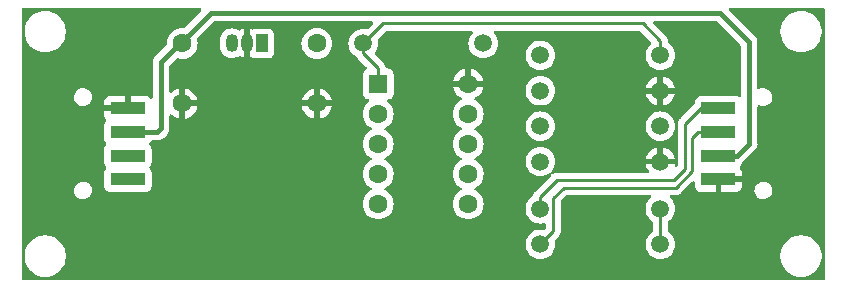
<source format=gbr>
%TF.GenerationSoftware,KiCad,Pcbnew,7.0.10*%
%TF.CreationDate,2024-04-17T13:25:17+09:00*%
%TF.ProjectId,HD-AK4316,48442d41-4b34-4333-9136-2e6b69636164,rev?*%
%TF.SameCoordinates,PX7735940PY47868c0*%
%TF.FileFunction,Copper,L2,Bot*%
%TF.FilePolarity,Positive*%
%FSLAX46Y46*%
G04 Gerber Fmt 4.6, Leading zero omitted, Abs format (unit mm)*
G04 Created by KiCad (PCBNEW 7.0.10) date 2024-04-17 13:25:17*
%MOMM*%
%LPD*%
G01*
G04 APERTURE LIST*
%TA.AperFunction,ComponentPad*%
%ADD10C,1.500000*%
%TD*%
%TA.AperFunction,ComponentPad*%
%ADD11R,1.600000X1.600000*%
%TD*%
%TA.AperFunction,ComponentPad*%
%ADD12C,1.600000*%
%TD*%
%TA.AperFunction,ComponentPad*%
%ADD13R,1.016000X1.524000*%
%TD*%
%TA.AperFunction,ComponentPad*%
%ADD14O,1.016000X1.524000*%
%TD*%
%TA.AperFunction,ComponentPad*%
%ADD15R,3.000000X1.100000*%
%TD*%
%TA.AperFunction,ViaPad*%
%ADD16C,0.800000*%
%TD*%
%TA.AperFunction,Conductor*%
%ADD17C,0.250000*%
%TD*%
%TA.AperFunction,Conductor*%
%ADD18C,0.400000*%
%TD*%
G04 APERTURE END LIST*
D10*
%TO.P,R7,1,1*%
%TO.N,Net-(U1-XORL)*%
X44920000Y11000000D03*
%TO.P,R7,2,2*%
%TO.N,GND*%
X55080000Y11000000D03*
%TD*%
D11*
%TO.P,U1,1,VCC*%
%TO.N,+3V3*%
X31190000Y17580000D03*
D12*
%TO.P,U1,2,EN*%
X31190000Y15040000D03*
%TO.P,U1,3,READY*%
%TO.N,Net-(U1-READY)*%
X31190000Y12500000D03*
%TO.P,U1,4,SCLIN*%
%TO.N,Net-(U1-SCLIN)*%
X31190000Y9960000D03*
%TO.P,U1,5,SDAIN*%
%TO.N,Net-(U1-SDAIN)*%
X31190000Y7420000D03*
%TO.P,U1,6,SDAOUT*%
%TO.N,Net-(U1-SDAOUT)*%
X38810000Y7420000D03*
%TO.P,U1,7,SCLOUT*%
%TO.N,Net-(U1-SCLOUT)*%
X38810000Y9960000D03*
%TO.P,U1,8,XORL*%
%TO.N,Net-(U1-XORL)*%
X38810000Y12500000D03*
%TO.P,U1,9,XORH*%
%TO.N,Net-(U1-XORH)*%
X38810000Y15040000D03*
%TO.P,U1,10,GND*%
%TO.N,GND*%
X38810000Y17580000D03*
%TD*%
D13*
%TO.P,U3,1,OUT*%
%TO.N,+3V3*%
X21340000Y21000000D03*
D14*
%TO.P,U3,2,GND*%
%TO.N,GND*%
X20070000Y21000000D03*
%TO.P,U3,3,IN*%
%TO.N,+5V*%
X18800000Y21000000D03*
%TD*%
D10*
%TO.P,R1,1,1*%
%TO.N,+3V3*%
X29920000Y21000000D03*
%TO.P,R1,2,2*%
%TO.N,Net-(U1-READY)*%
X40080000Y21000000D03*
%TD*%
%TO.P,R4,1,1*%
%TO.N,+3V3*%
X55080000Y20000000D03*
%TO.P,R4,2,2*%
%TO.N,Net-(U1-XORH)*%
X44920000Y20000000D03*
%TD*%
D12*
%TO.P,C4,1,1*%
%TO.N,+5V*%
X14600000Y21000000D03*
%TO.P,C4,2,2*%
%TO.N,GND*%
X14600000Y15920000D03*
%TD*%
D15*
%TO.P,CN1,1,1*%
%TO.N,Net-(U1-SCLIN)*%
X10000000Y9500000D03*
%TO.P,CN1,2,2*%
%TO.N,Net-(U1-SDAIN)*%
X10000000Y11500000D03*
%TO.P,CN1,3,3*%
%TO.N,+5V*%
X10000000Y13500000D03*
%TO.P,CN1,4,4*%
%TO.N,GND*%
X10000000Y15500000D03*
%TD*%
%TO.P,CN2,1,1*%
%TO.N,Net-(U1-SCLOUT)*%
X60000000Y15500000D03*
%TO.P,CN2,2,2*%
%TO.N,Net-(U1-SDAOUT)*%
X60000000Y13500000D03*
%TO.P,CN2,3,3*%
%TO.N,+5V*%
X60000000Y11500000D03*
%TO.P,CN2,4,4*%
%TO.N,GND*%
X60000000Y9500000D03*
%TD*%
D12*
%TO.P,C5,1,1*%
%TO.N,+3V3*%
X26000000Y21000000D03*
%TO.P,C5,2,2*%
%TO.N,GND*%
X26000000Y15920000D03*
%TD*%
D10*
%TO.P,R2,1,1*%
%TO.N,+3V3*%
X55080000Y7000000D03*
%TO.P,R2,2,2*%
%TO.N,Net-(U1-SCLOUT)*%
X44920000Y7000000D03*
%TD*%
%TO.P,R6,1,1*%
%TO.N,+3V3*%
X55080000Y14000000D03*
%TO.P,R6,2,2*%
%TO.N,Net-(U1-XORL)*%
X44920000Y14000000D03*
%TD*%
%TO.P,R5,1,1*%
%TO.N,Net-(U1-XORH)*%
X44920000Y17000000D03*
%TO.P,R5,2,2*%
%TO.N,GND*%
X55080000Y17000000D03*
%TD*%
%TO.P,R3,1,1*%
%TO.N,+3V3*%
X55080000Y4000000D03*
%TO.P,R3,2,2*%
%TO.N,Net-(U1-SDAOUT)*%
X44920000Y4000000D03*
%TD*%
D16*
%TO.N,GND*%
X17200000Y16100000D03*
X17200000Y4300000D03*
X27400000Y4460000D03*
X35000000Y7000000D03*
X23900000Y14800000D03*
X60200000Y4900000D03*
X10000000Y17800000D03*
X15400000Y9900000D03*
%TD*%
D17*
%TO.N,Net-(U1-SCLOUT)*%
X44920000Y8020000D02*
X46300000Y9400000D01*
X57200000Y14200000D02*
X58500000Y15500000D01*
X56200000Y9400000D02*
X57200000Y10400000D01*
X58500000Y15500000D02*
X60800000Y15500000D01*
X44920000Y7000000D02*
X44920000Y8020000D01*
X57200000Y10400000D02*
X57200000Y14200000D01*
X46300000Y9400000D02*
X56200000Y9400000D01*
%TO.N,Net-(U1-SDAOUT)*%
X44920000Y4000000D02*
X46000000Y5080000D01*
X46900000Y8800000D02*
X56400000Y8800000D01*
X46000000Y7900000D02*
X46900000Y8800000D01*
X46000000Y5080000D02*
X46000000Y7900000D01*
X57800000Y10200000D02*
X57800000Y13000000D01*
X58300000Y13500000D02*
X60800000Y13500000D01*
X56400000Y8800000D02*
X57800000Y10200000D01*
X57800000Y13000000D02*
X58300000Y13500000D01*
D18*
%TO.N,+5V*%
X17000000Y23600000D02*
X60100000Y23600000D01*
X62600000Y21100000D02*
X62600000Y12500000D01*
X12800000Y19400000D02*
X17000000Y23600000D01*
X12500000Y13500000D02*
X12800000Y13800000D01*
X12800000Y13800000D02*
X12800000Y19400000D01*
X60100000Y23600000D02*
X62600000Y21100000D01*
X9400000Y13500000D02*
X12500000Y13500000D01*
X62600000Y12500000D02*
X61600000Y11500000D01*
X61600000Y11500000D02*
X60800000Y11500000D01*
D17*
%TO.N,GND*%
X10000000Y16100000D02*
X10000000Y17800000D01*
X9400000Y15500000D02*
X10000000Y16100000D01*
X60600000Y9500000D02*
X60200000Y9500000D01*
%TO.N,+3V3*%
X55080000Y7000000D02*
X55080000Y4000000D01*
X31190000Y18910000D02*
X29920000Y20180000D01*
X29920000Y20180000D02*
X29920000Y21000000D01*
X55080000Y20000000D02*
X55080000Y21220000D01*
X31620000Y22700000D02*
X29920000Y21000000D01*
X31190000Y17580000D02*
X31190000Y18910000D01*
X53600000Y22700000D02*
X31620000Y22700000D01*
X55080000Y21220000D02*
X53600000Y22700000D01*
%TD*%
%TA.AperFunction,Conductor*%
%TO.N,GND*%
G36*
X16176520Y23979815D02*
G01*
X16222275Y23927011D01*
X16232219Y23857853D01*
X16203194Y23794297D01*
X16197162Y23787819D01*
X14746460Y22337119D01*
X14685137Y22303634D01*
X14647974Y22301272D01*
X14600004Y22305468D01*
X14599998Y22305468D01*
X14373313Y22285636D01*
X14373302Y22285634D01*
X14153511Y22226742D01*
X14153502Y22226739D01*
X13947267Y22130569D01*
X13947265Y22130568D01*
X13760858Y22000046D01*
X13599954Y21839142D01*
X13469432Y21652735D01*
X13469431Y21652733D01*
X13373261Y21446498D01*
X13373258Y21446489D01*
X13314366Y21226698D01*
X13314364Y21226687D01*
X13294532Y21000002D01*
X13294532Y20999996D01*
X13298728Y20952026D01*
X13284960Y20883526D01*
X13262881Y20853540D01*
X12322290Y19912949D01*
X12316838Y19907817D01*
X12271819Y19867932D01*
X12237649Y19818431D01*
X12233213Y19812403D01*
X12196124Y19765062D01*
X12196119Y19765052D01*
X12191960Y19755812D01*
X12180942Y19736277D01*
X12175187Y19727939D01*
X12175179Y19727924D01*
X12153853Y19671695D01*
X12150989Y19664780D01*
X12126305Y19609932D01*
X12124477Y19599958D01*
X12118453Y19578347D01*
X12114860Y19568873D01*
X12114860Y19568872D01*
X12107610Y19509173D01*
X12106483Y19501773D01*
X12095642Y19442611D01*
X12095642Y19442605D01*
X12099274Y19382568D01*
X12099500Y19375080D01*
X12099500Y16456060D01*
X12079815Y16389021D01*
X12027011Y16343266D01*
X11957853Y16333322D01*
X11894297Y16362347D01*
X11876234Y16381748D01*
X11857187Y16407191D01*
X11742093Y16493351D01*
X11742086Y16493355D01*
X11607379Y16543597D01*
X11607372Y16543599D01*
X11547844Y16550000D01*
X10250000Y16550000D01*
X10250000Y15374000D01*
X10230315Y15306961D01*
X10177511Y15261206D01*
X10126000Y15250000D01*
X9715686Y15250000D01*
X9727641Y15261955D01*
X9785165Y15374852D01*
X9804986Y15500000D01*
X9785165Y15625148D01*
X9727641Y15738045D01*
X9715686Y15750000D01*
X9750000Y15750000D01*
X9750000Y16550000D01*
X8452155Y16550000D01*
X8392627Y16543599D01*
X8392620Y16543597D01*
X8257913Y16493355D01*
X8257906Y16493351D01*
X8142812Y16407191D01*
X8142809Y16407188D01*
X8056649Y16292094D01*
X8056645Y16292087D01*
X8006403Y16157380D01*
X8006401Y16157373D01*
X8000000Y16097845D01*
X8000000Y15750000D01*
X9084314Y15750000D01*
X9072359Y15738045D01*
X9014835Y15625148D01*
X8995014Y15500000D01*
X9014835Y15374852D01*
X9072359Y15261955D01*
X9084314Y15250000D01*
X8000000Y15250000D01*
X8000000Y14902156D01*
X8006401Y14842628D01*
X8006403Y14842621D01*
X8056645Y14707914D01*
X8056649Y14707907D01*
X8142809Y14592813D01*
X8147584Y14588038D01*
X8181069Y14526715D01*
X8176085Y14457023D01*
X8147584Y14412676D01*
X8142452Y14407545D01*
X8056206Y14292336D01*
X8056202Y14292329D01*
X8005908Y14157483D01*
X7999501Y14097884D01*
X7999500Y14097865D01*
X7999500Y12902130D01*
X7999501Y12902124D01*
X8005908Y12842517D01*
X8056202Y12707672D01*
X8056206Y12707665D01*
X8142452Y12592456D01*
X8147227Y12587681D01*
X8180712Y12526358D01*
X8175728Y12456666D01*
X8147227Y12412319D01*
X8142452Y12407545D01*
X8056206Y12292336D01*
X8056202Y12292329D01*
X8005908Y12157483D01*
X7999501Y12097884D01*
X7999501Y12097877D01*
X7999500Y12097865D01*
X7999500Y10902130D01*
X7999501Y10902124D01*
X8005908Y10842517D01*
X8056202Y10707672D01*
X8056206Y10707665D01*
X8142452Y10592456D01*
X8147227Y10587681D01*
X8180712Y10526358D01*
X8175728Y10456666D01*
X8147227Y10412319D01*
X8142452Y10407545D01*
X8056206Y10292336D01*
X8056202Y10292329D01*
X8005908Y10157483D01*
X8002156Y10122578D01*
X7999501Y10097877D01*
X7999500Y10097865D01*
X7999500Y8902130D01*
X7999501Y8902124D01*
X8005908Y8842517D01*
X8056202Y8707672D01*
X8056206Y8707665D01*
X8142452Y8592456D01*
X8142455Y8592453D01*
X8257664Y8506207D01*
X8257671Y8506203D01*
X8392517Y8455909D01*
X8392516Y8455909D01*
X8399444Y8455165D01*
X8452127Y8449500D01*
X11547872Y8449501D01*
X11607483Y8455909D01*
X11742331Y8506204D01*
X11857546Y8592454D01*
X11943796Y8707669D01*
X11994091Y8842517D01*
X12000500Y8902127D01*
X12000499Y10097872D01*
X11994812Y10150774D01*
X11994091Y10157484D01*
X11943797Y10292329D01*
X11943793Y10292336D01*
X11857547Y10407545D01*
X11852773Y10412319D01*
X11819288Y10473642D01*
X11824272Y10543334D01*
X11852773Y10587681D01*
X11857542Y10592452D01*
X11857546Y10592454D01*
X11943796Y10707669D01*
X11994091Y10842517D01*
X12000500Y10902127D01*
X12000499Y12097872D01*
X11994091Y12157483D01*
X11991758Y12163737D01*
X11943797Y12292329D01*
X11943793Y12292336D01*
X11857547Y12407545D01*
X11852773Y12412319D01*
X11819288Y12473642D01*
X11824272Y12543334D01*
X11852773Y12587681D01*
X11857542Y12592452D01*
X11857546Y12592454D01*
X11943796Y12707669D01*
X11947960Y12718835D01*
X11989829Y12774766D01*
X12055293Y12799184D01*
X12064141Y12799500D01*
X12475079Y12799500D01*
X12482566Y12799275D01*
X12542606Y12795642D01*
X12601782Y12806487D01*
X12609185Y12807613D01*
X12612921Y12808067D01*
X12668872Y12814860D01*
X12678335Y12818450D01*
X12699961Y12824478D01*
X12700893Y12824649D01*
X12709932Y12826305D01*
X12764808Y12851004D01*
X12771678Y12853850D01*
X12827930Y12875182D01*
X12836266Y12880938D01*
X12855821Y12891966D01*
X12865057Y12896122D01*
X12912413Y12933225D01*
X12918404Y12937634D01*
X12967929Y12971817D01*
X13007822Y13016849D01*
X13012924Y13022269D01*
X13277731Y13287076D01*
X13283151Y13292178D01*
X13328183Y13332071D01*
X13362366Y13381596D01*
X13366775Y13387587D01*
X13403878Y13434943D01*
X13408034Y13444179D01*
X13419062Y13463734D01*
X13424818Y13472070D01*
X13446150Y13528322D01*
X13448996Y13535192D01*
X13473695Y13590068D01*
X13475522Y13600039D01*
X13481552Y13621669D01*
X13484928Y13630568D01*
X13485140Y13631128D01*
X13492387Y13690815D01*
X13493514Y13698222D01*
X13494231Y13702135D01*
X13504358Y13757394D01*
X13500726Y13817435D01*
X13500500Y13824922D01*
X13500500Y14881660D01*
X13520185Y14948699D01*
X13572989Y14994454D01*
X13642147Y15004398D01*
X13705703Y14975373D01*
X13712181Y14969341D01*
X13761179Y14920343D01*
X13947517Y14789866D01*
X14153673Y14693735D01*
X14153682Y14693731D01*
X14349999Y14641128D01*
X14350000Y14641129D01*
X14350000Y15484499D01*
X14457685Y15435320D01*
X14564237Y15420000D01*
X14635763Y15420000D01*
X14742315Y15435320D01*
X14850000Y15484499D01*
X14850000Y14641128D01*
X15046317Y14693731D01*
X15046326Y14693735D01*
X15252482Y14789866D01*
X15438820Y14920343D01*
X15599657Y15081180D01*
X15730134Y15267518D01*
X15826265Y15473674D01*
X15826269Y15473683D01*
X15878872Y15670000D01*
X15033686Y15670000D01*
X15059493Y15710156D01*
X15100000Y15848111D01*
X15100000Y15991889D01*
X15059493Y16129844D01*
X15033686Y16170000D01*
X15878872Y16170000D01*
X15878872Y16170001D01*
X24721127Y16170001D01*
X24721128Y16170000D01*
X25566314Y16170000D01*
X25540507Y16129844D01*
X25500000Y15991889D01*
X25500000Y15848111D01*
X25540507Y15710156D01*
X25566314Y15670000D01*
X24721128Y15670000D01*
X24773730Y15473683D01*
X24773734Y15473674D01*
X24869865Y15267518D01*
X25000342Y15081180D01*
X25161179Y14920343D01*
X25347517Y14789866D01*
X25553673Y14693735D01*
X25553682Y14693731D01*
X25749999Y14641128D01*
X25750000Y14641129D01*
X25750000Y15484499D01*
X25857685Y15435320D01*
X25964237Y15420000D01*
X26035763Y15420000D01*
X26142315Y15435320D01*
X26250000Y15484499D01*
X26250000Y14641128D01*
X26446317Y14693731D01*
X26446326Y14693735D01*
X26652482Y14789866D01*
X26838820Y14920343D01*
X26999657Y15081180D01*
X27130134Y15267518D01*
X27226265Y15473674D01*
X27226269Y15473683D01*
X27278872Y15670000D01*
X26433686Y15670000D01*
X26459493Y15710156D01*
X26500000Y15848111D01*
X26500000Y15991889D01*
X26459493Y16129844D01*
X26433686Y16170000D01*
X27278872Y16170000D01*
X27278872Y16170001D01*
X27226269Y16366318D01*
X27226265Y16366327D01*
X27130134Y16572483D01*
X26999657Y16758821D01*
X26838820Y16919658D01*
X26652482Y17050135D01*
X26446328Y17146266D01*
X26250000Y17198873D01*
X26250000Y16355502D01*
X26142315Y16404680D01*
X26035763Y16420000D01*
X25964237Y16420000D01*
X25857685Y16404680D01*
X25750000Y16355502D01*
X25750000Y17198873D01*
X25553671Y17146266D01*
X25347517Y17050135D01*
X25161179Y16919658D01*
X25000342Y16758821D01*
X24869865Y16572483D01*
X24773734Y16366327D01*
X24773730Y16366318D01*
X24721127Y16170001D01*
X15878872Y16170001D01*
X15826269Y16366318D01*
X15826265Y16366327D01*
X15730134Y16572483D01*
X15599657Y16758821D01*
X15438820Y16919658D01*
X15252482Y17050135D01*
X15046328Y17146266D01*
X14850000Y17198873D01*
X14850000Y16355502D01*
X14742315Y16404680D01*
X14635763Y16420000D01*
X14564237Y16420000D01*
X14457685Y16404680D01*
X14350000Y16355502D01*
X14350000Y17198873D01*
X14153671Y17146266D01*
X13947517Y17050135D01*
X13761179Y16919658D01*
X13712181Y16870659D01*
X13650858Y16837174D01*
X13581166Y16842158D01*
X13525233Y16884030D01*
X13500816Y16949494D01*
X13500500Y16958340D01*
X13500500Y19058482D01*
X13520185Y19125521D01*
X13536815Y19146159D01*
X14111095Y19720440D01*
X14172416Y19753923D01*
X14230867Y19752533D01*
X14373308Y19714365D01*
X14535230Y19700199D01*
X14599998Y19694532D01*
X14600000Y19694532D01*
X14600002Y19694532D01*
X14656673Y19699491D01*
X14826692Y19714365D01*
X15046496Y19773261D01*
X15252734Y19869432D01*
X15439139Y19999953D01*
X15600047Y20160861D01*
X15730568Y20347266D01*
X15826739Y20553504D01*
X15865043Y20696457D01*
X17791500Y20696457D01*
X17806091Y20548301D01*
X17863760Y20358192D01*
X17957401Y20183002D01*
X17957405Y20182995D01*
X18083431Y20029432D01*
X18236994Y19903406D01*
X18237001Y19903402D01*
X18412191Y19809761D01*
X18412193Y19809761D01*
X18412196Y19809759D01*
X18602299Y19752092D01*
X18602298Y19752092D01*
X18620024Y19750347D01*
X18800000Y19732620D01*
X18997701Y19752092D01*
X19187804Y19809759D01*
X19207763Y19820427D01*
X19299445Y19869432D01*
X19363004Y19903405D01*
X19363010Y19903411D01*
X19366552Y19905776D01*
X19433227Y19926661D01*
X19500609Y19908183D01*
X19504349Y19905780D01*
X19507283Y19903820D01*
X19682384Y19810226D01*
X19819999Y19768481D01*
X19820000Y19768481D01*
X19820000Y20684314D01*
X19831955Y20672359D01*
X19944852Y20614835D01*
X20038519Y20600000D01*
X20101481Y20600000D01*
X20195148Y20614835D01*
X20308045Y20672359D01*
X20320000Y20684314D01*
X20320000Y19768481D01*
X20457617Y19810227D01*
X20463239Y19812555D01*
X20464314Y19809960D01*
X20520885Y19821784D01*
X20585341Y19797444D01*
X20589669Y19794204D01*
X20589671Y19794203D01*
X20724517Y19743909D01*
X20724516Y19743909D01*
X20731444Y19743165D01*
X20784127Y19737500D01*
X21895872Y19737501D01*
X21955483Y19743909D01*
X22090331Y19794204D01*
X22205546Y19880454D01*
X22291796Y19995669D01*
X22342091Y20130517D01*
X22348500Y20190127D01*
X22348500Y20999999D01*
X24694532Y20999999D01*
X24714364Y20773314D01*
X24714366Y20773303D01*
X24773258Y20553512D01*
X24773261Y20553503D01*
X24869431Y20347268D01*
X24869432Y20347266D01*
X24999954Y20160859D01*
X25160858Y19999955D01*
X25160861Y19999953D01*
X25347266Y19869432D01*
X25553504Y19773261D01*
X25553509Y19773260D01*
X25553511Y19773259D01*
X25588839Y19763793D01*
X25773308Y19714365D01*
X25935230Y19700199D01*
X25999998Y19694532D01*
X26000000Y19694532D01*
X26000002Y19694532D01*
X26056673Y19699491D01*
X26226692Y19714365D01*
X26446496Y19773261D01*
X26652734Y19869432D01*
X26839139Y19999953D01*
X27000047Y20160861D01*
X27130568Y20347266D01*
X27226739Y20553504D01*
X27285635Y20773308D01*
X27305468Y21000000D01*
X27285635Y21226692D01*
X27231575Y21428448D01*
X27226741Y21446489D01*
X27226738Y21446498D01*
X27215597Y21470390D01*
X27130568Y21652734D01*
X27022637Y21806877D01*
X27000045Y21839142D01*
X26839141Y22000046D01*
X26652734Y22130568D01*
X26652732Y22130569D01*
X26446497Y22226739D01*
X26446488Y22226742D01*
X26226697Y22285634D01*
X26226693Y22285635D01*
X26226692Y22285635D01*
X26226691Y22285636D01*
X26226686Y22285636D01*
X26000002Y22305468D01*
X25999998Y22305468D01*
X25773313Y22285636D01*
X25773302Y22285634D01*
X25553511Y22226742D01*
X25553502Y22226739D01*
X25347267Y22130569D01*
X25347265Y22130568D01*
X25160858Y22000046D01*
X24999954Y21839142D01*
X24869432Y21652735D01*
X24869431Y21652733D01*
X24773261Y21446498D01*
X24773258Y21446489D01*
X24714366Y21226698D01*
X24714364Y21226687D01*
X24694532Y21000002D01*
X24694532Y20999999D01*
X22348500Y20999999D01*
X22348499Y21809872D01*
X22342163Y21868813D01*
X22342091Y21869484D01*
X22291797Y22004329D01*
X22291793Y22004336D01*
X22205547Y22119545D01*
X22205544Y22119548D01*
X22090335Y22205794D01*
X22090328Y22205798D01*
X21955482Y22256092D01*
X21955483Y22256092D01*
X21895883Y22262499D01*
X21895881Y22262500D01*
X21895873Y22262500D01*
X21895864Y22262500D01*
X20784129Y22262500D01*
X20784123Y22262499D01*
X20724516Y22256092D01*
X20589671Y22205798D01*
X20589668Y22205796D01*
X20585336Y22202553D01*
X20519870Y22178140D01*
X20464272Y22189929D01*
X20463243Y22187444D01*
X20457614Y22189776D01*
X20320000Y22231522D01*
X20320000Y21315686D01*
X20308045Y21327641D01*
X20195148Y21385165D01*
X20101481Y21400000D01*
X20038519Y21400000D01*
X19944852Y21385165D01*
X19831955Y21327641D01*
X19820000Y21315686D01*
X19820000Y22231522D01*
X19682387Y22189776D01*
X19507281Y22096180D01*
X19504343Y22094216D01*
X19502569Y22093661D01*
X19501904Y22093305D01*
X19501836Y22093432D01*
X19437665Y22073339D01*
X19370285Y22091824D01*
X19366557Y22094220D01*
X19363010Y22096590D01*
X19363004Y22096595D01*
X19362995Y22096600D01*
X19187808Y22190240D01*
X19067476Y22226742D01*
X18997701Y22247908D01*
X18997699Y22247909D01*
X18997701Y22247909D01*
X18800000Y22267380D01*
X18602300Y22247909D01*
X18412191Y22190240D01*
X18237001Y22096599D01*
X18236994Y22096595D01*
X18083431Y21970569D01*
X17957405Y21817006D01*
X17957401Y21816999D01*
X17863760Y21641809D01*
X17806091Y21451700D01*
X17796756Y21356916D01*
X17792130Y21309937D01*
X17791500Y21303544D01*
X17791500Y20696457D01*
X15865043Y20696457D01*
X15885635Y20773308D01*
X15905468Y21000000D01*
X15885635Y21226692D01*
X15847468Y21369133D01*
X15849131Y21438982D01*
X15879560Y21488905D01*
X17253838Y22863181D01*
X17315161Y22896666D01*
X17341519Y22899500D01*
X30635548Y22899500D01*
X30702587Y22879815D01*
X30748342Y22827011D01*
X30758286Y22757853D01*
X30729261Y22694297D01*
X30723229Y22687819D01*
X30293997Y22258589D01*
X30232674Y22225104D01*
X30174223Y22226495D01*
X30137977Y22236207D01*
X29920002Y22255277D01*
X29919998Y22255277D01*
X29774682Y22242564D01*
X29702023Y22236207D01*
X29702020Y22236207D01*
X29490677Y22179578D01*
X29490668Y22179574D01*
X29292361Y22087102D01*
X29292357Y22087100D01*
X29113121Y21961598D01*
X28958402Y21806879D01*
X28832900Y21627643D01*
X28832898Y21627639D01*
X28780537Y21515350D01*
X28743658Y21436262D01*
X28740426Y21429332D01*
X28740422Y21429323D01*
X28683793Y21217980D01*
X28683793Y21217976D01*
X28664723Y21000003D01*
X28664723Y20999998D01*
X28668083Y20961598D01*
X28681618Y20806879D01*
X28683793Y20782025D01*
X28683793Y20782021D01*
X28740422Y20570678D01*
X28740424Y20570674D01*
X28740425Y20570670D01*
X28750244Y20549614D01*
X28832897Y20372362D01*
X28832898Y20372361D01*
X28958402Y20193123D01*
X29113123Y20038402D01*
X29292361Y19912898D01*
X29336709Y19892219D01*
X29384619Y19852725D01*
X29393186Y19840933D01*
X29399593Y19831179D01*
X29421828Y19793583D01*
X29421833Y19793576D01*
X29435990Y19779420D01*
X29448627Y19764625D01*
X29460406Y19748413D01*
X29479495Y19732621D01*
X29494057Y19720575D01*
X29502698Y19712712D01*
X30188908Y19026501D01*
X30222393Y18965178D01*
X30217409Y18895486D01*
X30175537Y18839553D01*
X30155228Y18828461D01*
X30155454Y18828047D01*
X30147664Y18823794D01*
X30032455Y18737548D01*
X30032452Y18737545D01*
X29946206Y18622336D01*
X29946202Y18622329D01*
X29895908Y18487483D01*
X29889501Y18427884D01*
X29889501Y18427877D01*
X29889500Y18427865D01*
X29889500Y16732130D01*
X29889501Y16732124D01*
X29895908Y16672517D01*
X29946202Y16537672D01*
X29946206Y16537665D01*
X30032452Y16422456D01*
X30032455Y16422453D01*
X30147664Y16336207D01*
X30147671Y16336203D01*
X30176006Y16325635D01*
X30282517Y16285909D01*
X30317596Y16282138D01*
X30382144Y16255401D01*
X30421993Y16198009D01*
X30424488Y16128184D01*
X30388836Y16068095D01*
X30375464Y16057275D01*
X30350858Y16040046D01*
X30189954Y15879142D01*
X30059432Y15692735D01*
X30059431Y15692733D01*
X29963261Y15486498D01*
X29963258Y15486489D01*
X29904366Y15266698D01*
X29904364Y15266687D01*
X29884532Y15040002D01*
X29884532Y15039999D01*
X29904364Y14813314D01*
X29904366Y14813303D01*
X29963258Y14593512D01*
X29963261Y14593503D01*
X30059431Y14387268D01*
X30059432Y14387266D01*
X30189954Y14200859D01*
X30350858Y14039955D01*
X30350861Y14039953D01*
X30537266Y13909432D01*
X30569794Y13894264D01*
X30595275Y13882382D01*
X30647714Y13836209D01*
X30666866Y13769016D01*
X30646650Y13702135D01*
X30595275Y13657618D01*
X30537267Y13630569D01*
X30537265Y13630568D01*
X30350858Y13500046D01*
X30189954Y13339142D01*
X30059432Y13152735D01*
X30059431Y13152733D01*
X29963261Y12946498D01*
X29963258Y12946489D01*
X29904366Y12726698D01*
X29904364Y12726687D01*
X29884532Y12500002D01*
X29884532Y12499999D01*
X29904364Y12273314D01*
X29904366Y12273303D01*
X29963258Y12053512D01*
X29963261Y12053503D01*
X30059431Y11847268D01*
X30059432Y11847266D01*
X30189954Y11660859D01*
X30350858Y11499955D01*
X30350861Y11499953D01*
X30537266Y11369432D01*
X30595275Y11342382D01*
X30647714Y11296209D01*
X30666866Y11229016D01*
X30646650Y11162135D01*
X30595275Y11117618D01*
X30537267Y11090569D01*
X30537265Y11090568D01*
X30350858Y10960046D01*
X30189954Y10799142D01*
X30059432Y10612735D01*
X30059431Y10612733D01*
X29963261Y10406498D01*
X29963258Y10406489D01*
X29904366Y10186698D01*
X29904364Y10186687D01*
X29884532Y9960002D01*
X29884532Y9959999D01*
X29904364Y9733314D01*
X29904366Y9733303D01*
X29963258Y9513512D01*
X29963261Y9513503D01*
X30059431Y9307268D01*
X30059432Y9307266D01*
X30189954Y9120859D01*
X30350858Y8959955D01*
X30350861Y8959953D01*
X30537266Y8829432D01*
X30595275Y8802382D01*
X30647714Y8756209D01*
X30666866Y8689016D01*
X30646650Y8622135D01*
X30595275Y8577618D01*
X30537267Y8550569D01*
X30537265Y8550568D01*
X30350858Y8420046D01*
X30189954Y8259142D01*
X30059432Y8072735D01*
X30059431Y8072733D01*
X29963261Y7866498D01*
X29963258Y7866489D01*
X29904366Y7646698D01*
X29904364Y7646687D01*
X29884532Y7420002D01*
X29884532Y7419999D01*
X29904364Y7193314D01*
X29904366Y7193303D01*
X29963258Y6973512D01*
X29963261Y6973503D01*
X30059431Y6767268D01*
X30059432Y6767266D01*
X30189954Y6580859D01*
X30350858Y6419955D01*
X30350861Y6419953D01*
X30537266Y6289432D01*
X30743504Y6193261D01*
X30743509Y6193260D01*
X30743511Y6193259D01*
X30796415Y6179084D01*
X30963308Y6134365D01*
X31125230Y6120199D01*
X31189998Y6114532D01*
X31190000Y6114532D01*
X31190002Y6114532D01*
X31246673Y6119491D01*
X31416692Y6134365D01*
X31636496Y6193261D01*
X31842734Y6289432D01*
X32029139Y6419953D01*
X32190047Y6580861D01*
X32320568Y6767266D01*
X32416739Y6973504D01*
X32475635Y7193308D01*
X32495468Y7419999D01*
X37504532Y7419999D01*
X37524364Y7193314D01*
X37524366Y7193303D01*
X37583258Y6973512D01*
X37583261Y6973503D01*
X37679431Y6767268D01*
X37679432Y6767266D01*
X37809954Y6580859D01*
X37970858Y6419955D01*
X37970861Y6419953D01*
X38157266Y6289432D01*
X38363504Y6193261D01*
X38363509Y6193260D01*
X38363511Y6193259D01*
X38416415Y6179084D01*
X38583308Y6134365D01*
X38745230Y6120199D01*
X38809998Y6114532D01*
X38810000Y6114532D01*
X38810002Y6114532D01*
X38866673Y6119491D01*
X39036692Y6134365D01*
X39256496Y6193261D01*
X39462734Y6289432D01*
X39649139Y6419953D01*
X39810047Y6580861D01*
X39940568Y6767266D01*
X40036739Y6973504D01*
X40095635Y7193308D01*
X40115468Y7420000D01*
X40095635Y7646692D01*
X40036739Y7866496D01*
X39940568Y8072734D01*
X39841450Y8214290D01*
X39810045Y8259142D01*
X39649141Y8420046D01*
X39462734Y8550568D01*
X39462728Y8550571D01*
X39404725Y8577618D01*
X39352285Y8623790D01*
X39333133Y8690983D01*
X39353348Y8757865D01*
X39404725Y8802382D01*
X39462734Y8829432D01*
X39649139Y8959953D01*
X39810047Y9120861D01*
X39940568Y9307266D01*
X40036739Y9513504D01*
X40095635Y9733308D01*
X40115468Y9960000D01*
X40111035Y10010664D01*
X40105580Y10073019D01*
X40095635Y10186692D01*
X40036739Y10406496D01*
X39940568Y10612734D01*
X39810047Y10799139D01*
X39810045Y10799142D01*
X39649141Y10960046D01*
X39592083Y10999998D01*
X43664723Y10999998D01*
X43668218Y10960047D01*
X43683081Y10790156D01*
X43683793Y10782025D01*
X43683793Y10782021D01*
X43740422Y10570678D01*
X43740424Y10570674D01*
X43740425Y10570670D01*
X43761088Y10526358D01*
X43832897Y10372362D01*
X43832898Y10372361D01*
X43958402Y10193123D01*
X44113123Y10038402D01*
X44292361Y9912898D01*
X44490670Y9820425D01*
X44702023Y9763793D01*
X44884926Y9747792D01*
X44919998Y9744723D01*
X44920000Y9744723D01*
X44920002Y9744723D01*
X44948254Y9747195D01*
X45137977Y9763793D01*
X45349330Y9820425D01*
X45547639Y9912898D01*
X45656408Y9989060D01*
X45722613Y10011387D01*
X45785287Y9995656D01*
X45775187Y10045510D01*
X45800538Y10110619D01*
X45811036Y10122562D01*
X45881598Y10193123D01*
X46007102Y10372361D01*
X46099575Y10570670D01*
X46156207Y10782023D01*
X46175277Y11000000D01*
X46156207Y11217977D01*
X46099575Y11429330D01*
X46007102Y11627638D01*
X46007100Y11627641D01*
X46007099Y11627643D01*
X45881599Y11806876D01*
X45841207Y11847268D01*
X45726877Y11961598D01*
X45551128Y12084659D01*
X45547638Y12087103D01*
X45425241Y12144177D01*
X45349330Y12179575D01*
X45349326Y12179576D01*
X45349322Y12179578D01*
X45137977Y12236207D01*
X44920002Y12255277D01*
X44919998Y12255277D01*
X44774682Y12242564D01*
X44702023Y12236207D01*
X44702020Y12236207D01*
X44490677Y12179578D01*
X44490668Y12179574D01*
X44292361Y12087102D01*
X44292357Y12087100D01*
X44113121Y11961598D01*
X43958402Y11806879D01*
X43832900Y11627643D01*
X43832898Y11627639D01*
X43740426Y11429332D01*
X43740422Y11429323D01*
X43683793Y11217980D01*
X43683793Y11217977D01*
X43681060Y11186739D01*
X43664723Y11000003D01*
X43664723Y10999998D01*
X39592083Y10999998D01*
X39462734Y11090568D01*
X39462728Y11090571D01*
X39404725Y11117618D01*
X39352285Y11163790D01*
X39333133Y11230983D01*
X39353348Y11297865D01*
X39404725Y11342382D01*
X39462734Y11369432D01*
X39649139Y11499953D01*
X39810047Y11660861D01*
X39940568Y11847266D01*
X40036739Y12053504D01*
X40095635Y12273308D01*
X40115468Y12500000D01*
X40095635Y12726692D01*
X40045742Y12912898D01*
X40036741Y12946489D01*
X40036738Y12946498D01*
X39940568Y13152734D01*
X39810047Y13339139D01*
X39810045Y13339142D01*
X39649141Y13500046D01*
X39462734Y13630568D01*
X39462728Y13630571D01*
X39404725Y13657618D01*
X39352285Y13703790D01*
X39333133Y13770983D01*
X39353348Y13837865D01*
X39404725Y13882382D01*
X39462734Y13909432D01*
X39592077Y13999998D01*
X43664723Y13999998D01*
X43671596Y13921438D01*
X43679052Y13836209D01*
X43683793Y13782025D01*
X43683793Y13782021D01*
X43740422Y13570678D01*
X43740424Y13570674D01*
X43740425Y13570670D01*
X43760186Y13528293D01*
X43832897Y13372362D01*
X43832898Y13372361D01*
X43958402Y13193123D01*
X44113123Y13038402D01*
X44292361Y12912898D01*
X44490670Y12820425D01*
X44702023Y12763793D01*
X44884926Y12747792D01*
X44919998Y12744723D01*
X44920000Y12744723D01*
X44920002Y12744723D01*
X44948254Y12747195D01*
X45137977Y12763793D01*
X45349330Y12820425D01*
X45547639Y12912898D01*
X45726877Y13038402D01*
X45881598Y13193123D01*
X46007102Y13372361D01*
X46099575Y13570670D01*
X46156207Y13782023D01*
X46175117Y13998170D01*
X46175277Y13999998D01*
X53824723Y13999998D01*
X53831596Y13921438D01*
X53839052Y13836209D01*
X53843793Y13782025D01*
X53843793Y13782021D01*
X53900422Y13570678D01*
X53900424Y13570674D01*
X53900425Y13570670D01*
X53920186Y13528293D01*
X53992897Y13372362D01*
X53992898Y13372361D01*
X54118402Y13193123D01*
X54273123Y13038402D01*
X54452361Y12912898D01*
X54650670Y12820425D01*
X54862023Y12763793D01*
X55044926Y12747792D01*
X55079998Y12744723D01*
X55080000Y12744723D01*
X55080002Y12744723D01*
X55108254Y12747195D01*
X55297977Y12763793D01*
X55509330Y12820425D01*
X55707639Y12912898D01*
X55886877Y13038402D01*
X56041598Y13193123D01*
X56167102Y13372361D01*
X56259575Y13570670D01*
X56316207Y13782023D01*
X56326972Y13905072D01*
X56352424Y13970140D01*
X56394420Y14000551D01*
X56369297Y14012024D01*
X56331523Y14070802D01*
X56326972Y14094930D01*
X56321499Y14157483D01*
X56316207Y14217977D01*
X56265412Y14407546D01*
X56259577Y14429323D01*
X56259576Y14429324D01*
X56259575Y14429330D01*
X56167102Y14627638D01*
X56167100Y14627641D01*
X56167099Y14627643D01*
X56041599Y14806876D01*
X55966815Y14881660D01*
X55886877Y14961598D01*
X55748978Y15058156D01*
X55707638Y15087103D01*
X55608484Y15133339D01*
X55509330Y15179575D01*
X55509326Y15179576D01*
X55509322Y15179578D01*
X55297977Y15236207D01*
X55080002Y15255277D01*
X55079998Y15255277D01*
X54934682Y15242564D01*
X54862023Y15236207D01*
X54862020Y15236207D01*
X54650677Y15179578D01*
X54650668Y15179574D01*
X54452361Y15087102D01*
X54452357Y15087100D01*
X54273121Y14961598D01*
X54118402Y14806879D01*
X53992900Y14627643D01*
X53992898Y14627639D01*
X53900426Y14429332D01*
X53900422Y14429323D01*
X53843793Y14217980D01*
X53843793Y14217976D01*
X53824723Y14000003D01*
X53824723Y13999998D01*
X46175277Y13999998D01*
X46175277Y14000003D01*
X46161499Y14157483D01*
X46156207Y14217977D01*
X46105412Y14407546D01*
X46099577Y14429323D01*
X46099576Y14429324D01*
X46099575Y14429330D01*
X46007102Y14627638D01*
X46007100Y14627641D01*
X46007099Y14627643D01*
X45881599Y14806876D01*
X45806815Y14881660D01*
X45726877Y14961598D01*
X45588978Y15058156D01*
X45547638Y15087103D01*
X45448484Y15133339D01*
X45349330Y15179575D01*
X45349326Y15179576D01*
X45349322Y15179578D01*
X45137977Y15236207D01*
X44920002Y15255277D01*
X44919998Y15255277D01*
X44774682Y15242564D01*
X44702023Y15236207D01*
X44702020Y15236207D01*
X44490677Y15179578D01*
X44490668Y15179574D01*
X44292361Y15087102D01*
X44292357Y15087100D01*
X44113121Y14961598D01*
X43958402Y14806879D01*
X43832900Y14627643D01*
X43832898Y14627639D01*
X43740426Y14429332D01*
X43740422Y14429323D01*
X43683793Y14217980D01*
X43683793Y14217976D01*
X43664723Y14000003D01*
X43664723Y13999998D01*
X39592077Y13999998D01*
X39649139Y14039953D01*
X39810047Y14200861D01*
X39940568Y14387266D01*
X40036739Y14593504D01*
X40095635Y14813308D01*
X40115468Y15040000D01*
X40095635Y15266692D01*
X40050916Y15433585D01*
X40036741Y15486489D01*
X40036738Y15486498D01*
X39940568Y15692733D01*
X39940567Y15692735D01*
X39925144Y15714761D01*
X39810047Y15879139D01*
X39810045Y15879142D01*
X39649141Y16040046D01*
X39462734Y16170568D01*
X39462732Y16170569D01*
X39439612Y16181350D01*
X39404132Y16197895D01*
X39351694Y16244066D01*
X39332542Y16311260D01*
X39352758Y16378141D01*
X39404134Y16422659D01*
X39462484Y16449868D01*
X39648820Y16580343D01*
X39809657Y16741180D01*
X39940134Y16927518D01*
X39973932Y16999998D01*
X43664723Y16999998D01*
X43671012Y16928111D01*
X43683081Y16790156D01*
X43683793Y16782025D01*
X43683793Y16782021D01*
X43740422Y16570678D01*
X43740424Y16570674D01*
X43740425Y16570670D01*
X43777561Y16491032D01*
X43832897Y16372362D01*
X43832898Y16372361D01*
X43958402Y16193123D01*
X44113123Y16038402D01*
X44292361Y15912898D01*
X44490670Y15820425D01*
X44490676Y15820424D01*
X44490677Y15820423D01*
X44497115Y15818698D01*
X44702023Y15763793D01*
X44884926Y15747792D01*
X44919998Y15744723D01*
X44920000Y15744723D01*
X44920002Y15744723D01*
X44948254Y15747195D01*
X45137977Y15763793D01*
X45349330Y15820425D01*
X45547639Y15912898D01*
X45726877Y16038402D01*
X45881598Y16193123D01*
X46007102Y16372361D01*
X46099575Y16570670D01*
X46156207Y16782023D01*
X46175277Y17000000D01*
X46156207Y17217977D01*
X46147626Y17250001D01*
X53852891Y17250001D01*
X53852892Y17250000D01*
X54646314Y17250000D01*
X54620507Y17209844D01*
X54580000Y17071889D01*
X54580000Y16928111D01*
X54620507Y16790156D01*
X54646314Y16750000D01*
X53852892Y16750000D01*
X53900894Y16570850D01*
X53900898Y16570841D01*
X53993333Y16372613D01*
X54118787Y16193446D01*
X54273445Y16038788D01*
X54452612Y15913334D01*
X54650843Y15820897D01*
X54830000Y15772894D01*
X54830000Y16564499D01*
X54937685Y16515320D01*
X55044237Y16500000D01*
X55115763Y16500000D01*
X55222315Y16515320D01*
X55330000Y16564499D01*
X55330000Y15772895D01*
X55509156Y15820897D01*
X55509157Y15820897D01*
X55707387Y15913334D01*
X55886554Y16038788D01*
X56041212Y16193446D01*
X56166666Y16372613D01*
X56259101Y16570841D01*
X56259105Y16570850D01*
X56307108Y16750000D01*
X55513686Y16750000D01*
X55539493Y16790156D01*
X55580000Y16928111D01*
X55580000Y17071889D01*
X55539493Y17209844D01*
X55513686Y17250000D01*
X56307108Y17250000D01*
X56307108Y17250001D01*
X56259105Y17429151D01*
X56259101Y17429160D01*
X56166666Y17627388D01*
X56166664Y17627392D01*
X56041216Y17806550D01*
X56041211Y17806556D01*
X55886554Y17961213D01*
X55707387Y18086667D01*
X55509159Y18179102D01*
X55509150Y18179106D01*
X55330000Y18227109D01*
X55330000Y17435502D01*
X55222315Y17484680D01*
X55115763Y17500000D01*
X55044237Y17500000D01*
X54937685Y17484680D01*
X54830000Y17435502D01*
X54830000Y18227108D01*
X54829999Y18227109D01*
X54650849Y18179106D01*
X54650840Y18179102D01*
X54452612Y18086667D01*
X54452608Y18086665D01*
X54273450Y17961217D01*
X54273444Y17961212D01*
X54118788Y17806556D01*
X54118783Y17806550D01*
X53993335Y17627392D01*
X53993333Y17627388D01*
X53900898Y17429160D01*
X53900894Y17429151D01*
X53852891Y17250001D01*
X46147626Y17250001D01*
X46099575Y17429330D01*
X46007102Y17627638D01*
X46007100Y17627641D01*
X46007099Y17627643D01*
X45881599Y17806876D01*
X45858474Y17830001D01*
X45726877Y17961598D01*
X45557782Y18080000D01*
X45547638Y18087103D01*
X45448484Y18133339D01*
X45349330Y18179575D01*
X45349326Y18179576D01*
X45349322Y18179578D01*
X45137977Y18236207D01*
X44920002Y18255277D01*
X44919998Y18255277D01*
X44774682Y18242564D01*
X44702023Y18236207D01*
X44702020Y18236207D01*
X44490677Y18179578D01*
X44490668Y18179574D01*
X44292361Y18087102D01*
X44292357Y18087100D01*
X44113121Y17961598D01*
X43958402Y17806879D01*
X43832900Y17627643D01*
X43832898Y17627639D01*
X43740426Y17429332D01*
X43740422Y17429323D01*
X43683793Y17217980D01*
X43683793Y17217977D01*
X43682264Y17200500D01*
X43664723Y17000003D01*
X43664723Y16999998D01*
X39973932Y16999998D01*
X40036265Y17133674D01*
X40036269Y17133683D01*
X40088872Y17330000D01*
X39243686Y17330000D01*
X39269493Y17370156D01*
X39310000Y17508111D01*
X39310000Y17651889D01*
X39269493Y17789844D01*
X39243686Y17830000D01*
X40088872Y17830000D01*
X40088872Y17830001D01*
X40036269Y18026318D01*
X40036265Y18026327D01*
X39940134Y18232483D01*
X39809657Y18418821D01*
X39648820Y18579658D01*
X39462482Y18710135D01*
X39256328Y18806266D01*
X39060000Y18858873D01*
X39060000Y18015502D01*
X38952315Y18064680D01*
X38845763Y18080000D01*
X38774237Y18080000D01*
X38667685Y18064680D01*
X38560000Y18015502D01*
X38560000Y18858873D01*
X38363671Y18806266D01*
X38157517Y18710135D01*
X37971179Y18579658D01*
X37810342Y18418821D01*
X37679865Y18232483D01*
X37583734Y18026327D01*
X37583730Y18026318D01*
X37531127Y17830001D01*
X37531128Y17830000D01*
X38376314Y17830000D01*
X38350507Y17789844D01*
X38310000Y17651889D01*
X38310000Y17508111D01*
X38350507Y17370156D01*
X38376314Y17330000D01*
X37531128Y17330000D01*
X37583730Y17133683D01*
X37583734Y17133674D01*
X37679865Y16927518D01*
X37810342Y16741180D01*
X37971179Y16580343D01*
X38157518Y16449866D01*
X38157520Y16449865D01*
X38215865Y16422658D01*
X38268305Y16376486D01*
X38287457Y16309293D01*
X38267242Y16242411D01*
X38215867Y16197895D01*
X38180388Y16181350D01*
X38157264Y16170567D01*
X37970858Y16040046D01*
X37809954Y15879142D01*
X37679432Y15692735D01*
X37679431Y15692733D01*
X37583261Y15486498D01*
X37583258Y15486489D01*
X37524366Y15266698D01*
X37524364Y15266687D01*
X37504532Y15040002D01*
X37504532Y15039999D01*
X37524364Y14813314D01*
X37524366Y14813303D01*
X37583258Y14593512D01*
X37583261Y14593503D01*
X37679431Y14387268D01*
X37679432Y14387266D01*
X37809954Y14200859D01*
X37970858Y14039955D01*
X37970861Y14039953D01*
X38157266Y13909432D01*
X38189794Y13894264D01*
X38215275Y13882382D01*
X38267714Y13836209D01*
X38286866Y13769016D01*
X38266650Y13702135D01*
X38215275Y13657618D01*
X38157267Y13630569D01*
X38157265Y13630568D01*
X37970858Y13500046D01*
X37809954Y13339142D01*
X37679432Y13152735D01*
X37679431Y13152733D01*
X37583261Y12946498D01*
X37583258Y12946489D01*
X37524366Y12726698D01*
X37524364Y12726687D01*
X37504532Y12500002D01*
X37504532Y12499999D01*
X37524364Y12273314D01*
X37524366Y12273303D01*
X37583258Y12053512D01*
X37583261Y12053503D01*
X37679431Y11847268D01*
X37679432Y11847266D01*
X37809954Y11660859D01*
X37970858Y11499955D01*
X37970861Y11499953D01*
X38157266Y11369432D01*
X38215275Y11342382D01*
X38267714Y11296209D01*
X38286866Y11229016D01*
X38266650Y11162135D01*
X38215275Y11117618D01*
X38157267Y11090569D01*
X38157265Y11090568D01*
X37970858Y10960046D01*
X37809954Y10799142D01*
X37679432Y10612735D01*
X37679431Y10612733D01*
X37583261Y10406498D01*
X37583258Y10406489D01*
X37524366Y10186698D01*
X37524364Y10186687D01*
X37504532Y9960002D01*
X37504532Y9959999D01*
X37524364Y9733314D01*
X37524366Y9733303D01*
X37583258Y9513512D01*
X37583261Y9513503D01*
X37679431Y9307268D01*
X37679432Y9307266D01*
X37809954Y9120859D01*
X37970858Y8959955D01*
X37970861Y8959953D01*
X38157266Y8829432D01*
X38215275Y8802382D01*
X38267714Y8756209D01*
X38286866Y8689016D01*
X38266650Y8622135D01*
X38215275Y8577618D01*
X38157267Y8550569D01*
X38157265Y8550568D01*
X37970858Y8420046D01*
X37809954Y8259142D01*
X37679432Y8072735D01*
X37679431Y8072733D01*
X37583261Y7866498D01*
X37583258Y7866489D01*
X37524366Y7646698D01*
X37524364Y7646687D01*
X37504532Y7420002D01*
X37504532Y7419999D01*
X32495468Y7419999D01*
X32495468Y7420000D01*
X32475635Y7646692D01*
X32416739Y7866496D01*
X32320568Y8072734D01*
X32221450Y8214290D01*
X32190045Y8259142D01*
X32029141Y8420046D01*
X31842734Y8550568D01*
X31842728Y8550571D01*
X31784725Y8577618D01*
X31732285Y8623790D01*
X31713133Y8690983D01*
X31733348Y8757865D01*
X31784725Y8802382D01*
X31842734Y8829432D01*
X32029139Y8959953D01*
X32190047Y9120861D01*
X32320568Y9307266D01*
X32416739Y9513504D01*
X32475635Y9733308D01*
X32495468Y9960000D01*
X32491035Y10010664D01*
X32485580Y10073019D01*
X32475635Y10186692D01*
X32416739Y10406496D01*
X32320568Y10612734D01*
X32190047Y10799139D01*
X32190045Y10799142D01*
X32029141Y10960046D01*
X31842734Y11090568D01*
X31842728Y11090571D01*
X31784725Y11117618D01*
X31732285Y11163790D01*
X31713133Y11230983D01*
X31733348Y11297865D01*
X31784725Y11342382D01*
X31842734Y11369432D01*
X32029139Y11499953D01*
X32190047Y11660861D01*
X32320568Y11847266D01*
X32416739Y12053504D01*
X32475635Y12273308D01*
X32495468Y12500000D01*
X32475635Y12726692D01*
X32425742Y12912898D01*
X32416741Y12946489D01*
X32416738Y12946498D01*
X32320568Y13152734D01*
X32190047Y13339139D01*
X32190045Y13339142D01*
X32029141Y13500046D01*
X31842734Y13630568D01*
X31842728Y13630571D01*
X31784725Y13657618D01*
X31732285Y13703790D01*
X31713133Y13770983D01*
X31733348Y13837865D01*
X31784725Y13882382D01*
X31842734Y13909432D01*
X32029139Y14039953D01*
X32190047Y14200861D01*
X32320568Y14387266D01*
X32416739Y14593504D01*
X32475635Y14813308D01*
X32495468Y15040000D01*
X32475635Y15266692D01*
X32430916Y15433585D01*
X32416741Y15486489D01*
X32416738Y15486498D01*
X32320568Y15692733D01*
X32320567Y15692735D01*
X32305144Y15714761D01*
X32190047Y15879139D01*
X32190045Y15879142D01*
X32029143Y16040044D01*
X32004536Y16057274D01*
X31960912Y16111851D01*
X31953719Y16181350D01*
X31985241Y16243704D01*
X32045471Y16279118D01*
X32062404Y16282139D01*
X32097483Y16285909D01*
X32232331Y16336204D01*
X32347546Y16422454D01*
X32433796Y16537669D01*
X32484091Y16672517D01*
X32490500Y16732127D01*
X32490499Y18427872D01*
X32484091Y18487483D01*
X32433796Y18622331D01*
X32433795Y18622332D01*
X32433793Y18622336D01*
X32347547Y18737545D01*
X32347544Y18737548D01*
X32232335Y18823794D01*
X32232328Y18823798D01*
X32097482Y18874092D01*
X32097483Y18874092D01*
X32037883Y18880499D01*
X32037881Y18880500D01*
X32037873Y18880500D01*
X32037865Y18880500D01*
X31936900Y18880500D01*
X31869861Y18900185D01*
X31824106Y18952989D01*
X31812961Y19000606D01*
X31812709Y19008627D01*
X31807122Y19027856D01*
X31803174Y19046916D01*
X31800664Y19066792D01*
X31784585Y19107403D01*
X31780804Y19118448D01*
X31768619Y19160388D01*
X31758418Y19177637D01*
X31749860Y19195106D01*
X31742486Y19213732D01*
X31742483Y19213736D01*
X31742483Y19213737D01*
X31716816Y19249065D01*
X31710403Y19258828D01*
X31688172Y19296417D01*
X31688170Y19296421D01*
X31688166Y19296425D01*
X31688163Y19296429D01*
X31674005Y19310587D01*
X31661370Y19325380D01*
X31649593Y19341588D01*
X31615945Y19369424D01*
X31607304Y19377287D01*
X30918052Y20066539D01*
X30884567Y20127862D01*
X30889551Y20197554D01*
X30904159Y20225344D01*
X31007102Y20372361D01*
X31099575Y20570670D01*
X31156207Y20782023D01*
X31175277Y21000000D01*
X31172126Y21036012D01*
X31161903Y21152869D01*
X31156207Y21217977D01*
X31146494Y21254226D01*
X31148157Y21324075D01*
X31178586Y21373998D01*
X31842772Y22038181D01*
X31904095Y22071666D01*
X31930453Y22074500D01*
X39086662Y22074500D01*
X39153701Y22054815D01*
X39199456Y22002011D01*
X39209400Y21932853D01*
X39180375Y21869297D01*
X39174343Y21862819D01*
X39118402Y21806879D01*
X38992900Y21627643D01*
X38992898Y21627639D01*
X38940537Y21515350D01*
X38903658Y21436262D01*
X38900426Y21429332D01*
X38900422Y21429323D01*
X38843793Y21217980D01*
X38843793Y21217976D01*
X38824723Y21000003D01*
X38824723Y20999998D01*
X38828083Y20961598D01*
X38841618Y20806879D01*
X38843793Y20782025D01*
X38843793Y20782021D01*
X38900422Y20570678D01*
X38900424Y20570674D01*
X38900425Y20570670D01*
X38910244Y20549614D01*
X38992897Y20372362D01*
X38992898Y20372361D01*
X39118402Y20193123D01*
X39273123Y20038402D01*
X39452361Y19912898D01*
X39650670Y19820425D01*
X39650676Y19820424D01*
X39650677Y19820423D01*
X39669610Y19815350D01*
X39862023Y19763793D01*
X40037811Y19748414D01*
X40079998Y19744723D01*
X40080000Y19744723D01*
X40080002Y19744723D01*
X40108254Y19747195D01*
X40297977Y19763793D01*
X40509330Y19820425D01*
X40707639Y19912898D01*
X40832030Y19999998D01*
X43664723Y19999998D01*
X43665102Y19995669D01*
X43682727Y19794203D01*
X43683793Y19782025D01*
X43683793Y19782021D01*
X43740422Y19570678D01*
X43740424Y19570674D01*
X43740425Y19570670D01*
X43769102Y19509173D01*
X43832897Y19372362D01*
X43854446Y19341587D01*
X43958402Y19193123D01*
X44113123Y19038402D01*
X44292361Y18912898D01*
X44490670Y18820425D01*
X44702023Y18763793D01*
X44884926Y18747792D01*
X44919998Y18744723D01*
X44920000Y18744723D01*
X44920002Y18744723D01*
X44948254Y18747195D01*
X45137977Y18763793D01*
X45349330Y18820425D01*
X45547639Y18912898D01*
X45726877Y19038402D01*
X45881598Y19193123D01*
X46007102Y19372361D01*
X46099575Y19570670D01*
X46156207Y19782023D01*
X46174898Y19995669D01*
X46175277Y19999998D01*
X46175277Y20000003D01*
X46169456Y20066539D01*
X46156207Y20217977D01*
X46099575Y20429330D01*
X46007102Y20627638D01*
X46007100Y20627641D01*
X46007099Y20627643D01*
X45881599Y20806876D01*
X45804949Y20883526D01*
X45726877Y20961598D01*
X45559450Y21078832D01*
X45547638Y21087103D01*
X45406601Y21152869D01*
X45349330Y21179575D01*
X45349326Y21179576D01*
X45349322Y21179578D01*
X45137977Y21236207D01*
X44920002Y21255277D01*
X44919998Y21255277D01*
X44774682Y21242564D01*
X44702023Y21236207D01*
X44702020Y21236207D01*
X44490677Y21179578D01*
X44490668Y21179574D01*
X44292361Y21087102D01*
X44292357Y21087100D01*
X44113121Y20961598D01*
X43958402Y20806879D01*
X43832900Y20627643D01*
X43832898Y20627639D01*
X43740426Y20429332D01*
X43740422Y20429323D01*
X43683793Y20217980D01*
X43683793Y20217976D01*
X43664723Y20000003D01*
X43664723Y19999998D01*
X40832030Y19999998D01*
X40886877Y20038402D01*
X41041598Y20193123D01*
X41167102Y20372361D01*
X41259575Y20570670D01*
X41316207Y20782023D01*
X41335277Y21000000D01*
X41316207Y21217977D01*
X41273653Y21376792D01*
X41259577Y21429323D01*
X41259576Y21429324D01*
X41259575Y21429330D01*
X41167102Y21627638D01*
X41167100Y21627641D01*
X41167099Y21627643D01*
X41041597Y21806879D01*
X40985657Y21862819D01*
X40952172Y21924142D01*
X40957156Y21993834D01*
X40999028Y22049767D01*
X41064492Y22074184D01*
X41073338Y22074500D01*
X53289548Y22074500D01*
X53356587Y22054815D01*
X53377228Y22038182D01*
X54275787Y21139623D01*
X54309271Y21078301D01*
X54304287Y21008609D01*
X54275786Y20964262D01*
X54118402Y20806879D01*
X53992900Y20627643D01*
X53992898Y20627639D01*
X53900426Y20429332D01*
X53900422Y20429323D01*
X53843793Y20217980D01*
X53843793Y20217976D01*
X53824723Y20000003D01*
X53824723Y19999998D01*
X53825102Y19995669D01*
X53842727Y19794203D01*
X53843793Y19782025D01*
X53843793Y19782021D01*
X53900422Y19570678D01*
X53900424Y19570674D01*
X53900425Y19570670D01*
X53929102Y19509173D01*
X53992897Y19372362D01*
X54014446Y19341587D01*
X54118402Y19193123D01*
X54273123Y19038402D01*
X54452361Y18912898D01*
X54650670Y18820425D01*
X54862023Y18763793D01*
X55044926Y18747792D01*
X55079998Y18744723D01*
X55080000Y18744723D01*
X55080002Y18744723D01*
X55108254Y18747195D01*
X55297977Y18763793D01*
X55509330Y18820425D01*
X55707639Y18912898D01*
X55886877Y19038402D01*
X56041598Y19193123D01*
X56167102Y19372361D01*
X56259575Y19570670D01*
X56316207Y19782023D01*
X56334898Y19995669D01*
X56335277Y19999998D01*
X56335277Y20000003D01*
X56329456Y20066539D01*
X56316207Y20217977D01*
X56259575Y20429330D01*
X56167102Y20627638D01*
X56167100Y20627641D01*
X56167099Y20627643D01*
X56041599Y20806876D01*
X55964949Y20883526D01*
X55886877Y20961598D01*
X55760263Y21050254D01*
X55716640Y21104829D01*
X55709509Y21152920D01*
X55707917Y21152869D01*
X55705561Y21227856D01*
X55705500Y21231750D01*
X55705500Y21259349D01*
X55705500Y21259350D01*
X55704997Y21263330D01*
X55704080Y21274979D01*
X55702709Y21318627D01*
X55697122Y21337856D01*
X55693174Y21356916D01*
X55691306Y21371706D01*
X55690664Y21376792D01*
X55690663Y21376794D01*
X55690663Y21376796D01*
X55674588Y21417396D01*
X55670804Y21428448D01*
X55658618Y21470391D01*
X55658616Y21470394D01*
X55648423Y21487629D01*
X55639861Y21505106D01*
X55632487Y21523731D01*
X55606816Y21559063D01*
X55600405Y21568823D01*
X55578170Y21606420D01*
X55578168Y21606422D01*
X55578165Y21606426D01*
X55564006Y21620585D01*
X55551368Y21635381D01*
X55539594Y21651587D01*
X55538206Y21652735D01*
X55505940Y21679428D01*
X55497299Y21687291D01*
X54496772Y22687819D01*
X54463287Y22749142D01*
X54468271Y22818834D01*
X54510143Y22874767D01*
X54575607Y22899184D01*
X54584453Y22899500D01*
X59758481Y22899500D01*
X59825520Y22879815D01*
X59846162Y22863181D01*
X61863181Y20846162D01*
X61896666Y20784839D01*
X61899500Y20758481D01*
X61899500Y16613770D01*
X61879815Y16546731D01*
X61827011Y16500976D01*
X61757853Y16491032D01*
X61732168Y16497588D01*
X61607485Y16544091D01*
X61607483Y16544092D01*
X61547883Y16550499D01*
X61547881Y16550500D01*
X61547873Y16550500D01*
X61547864Y16550500D01*
X58452129Y16550500D01*
X58452123Y16550499D01*
X58392516Y16544092D01*
X58257671Y16493798D01*
X58257664Y16493794D01*
X58142455Y16407548D01*
X58142452Y16407545D01*
X58056206Y16292336D01*
X58056202Y16292329D01*
X58005908Y16157483D01*
X57999501Y16097884D01*
X57999500Y16097865D01*
X57999500Y15935454D01*
X57979815Y15868415D01*
X57963181Y15847773D01*
X56816208Y14700801D01*
X56803951Y14690980D01*
X56804134Y14690759D01*
X56798122Y14685786D01*
X56752098Y14636777D01*
X56749391Y14633984D01*
X56729889Y14614483D01*
X56729875Y14614466D01*
X56727407Y14611285D01*
X56719843Y14602430D01*
X56689937Y14570582D01*
X56689936Y14570580D01*
X56680284Y14553024D01*
X56669610Y14536774D01*
X56657329Y14520939D01*
X56657324Y14520932D01*
X56639975Y14480842D01*
X56634838Y14470356D01*
X56613803Y14432094D01*
X56608822Y14412693D01*
X56602521Y14394290D01*
X56594562Y14375898D01*
X56594561Y14375895D01*
X56587728Y14332757D01*
X56585360Y14321326D01*
X56574501Y14279029D01*
X56574500Y14279018D01*
X56574500Y14258984D01*
X56572973Y14239587D01*
X56569840Y14219804D01*
X56570013Y14217977D01*
X56573950Y14176326D01*
X56574500Y14164657D01*
X56574500Y14105737D01*
X56554815Y14038698D01*
X56508209Y13998314D01*
X56539561Y13980543D01*
X56572069Y13918696D01*
X56574500Y13894264D01*
X56574500Y10710453D01*
X56554815Y10643414D01*
X56538180Y10622771D01*
X56503190Y10587782D01*
X56441866Y10554297D01*
X56372175Y10559283D01*
X56316242Y10601155D01*
X56291826Y10666620D01*
X56295735Y10707558D01*
X56307108Y10750000D01*
X55513686Y10750000D01*
X55539493Y10790156D01*
X55580000Y10928111D01*
X55580000Y11071889D01*
X55539493Y11209844D01*
X55513686Y11250000D01*
X56307108Y11250000D01*
X56307108Y11250001D01*
X56259105Y11429151D01*
X56259101Y11429160D01*
X56166666Y11627388D01*
X56166664Y11627392D01*
X56041216Y11806550D01*
X56041211Y11806556D01*
X55886554Y11961213D01*
X55707387Y12086667D01*
X55509159Y12179102D01*
X55509150Y12179106D01*
X55330000Y12227109D01*
X55330000Y11435502D01*
X55222315Y11484680D01*
X55115763Y11500000D01*
X55044237Y11500000D01*
X54937685Y11484680D01*
X54830000Y11435502D01*
X54830000Y12227108D01*
X54829999Y12227109D01*
X54650849Y12179106D01*
X54650840Y12179102D01*
X54452612Y12086667D01*
X54452608Y12086665D01*
X54273450Y11961217D01*
X54273444Y11961212D01*
X54118788Y11806556D01*
X54118783Y11806550D01*
X53993335Y11627392D01*
X53993333Y11627388D01*
X53900898Y11429160D01*
X53900894Y11429151D01*
X53852891Y11250001D01*
X53852892Y11250000D01*
X54646314Y11250000D01*
X54620507Y11209844D01*
X54580000Y11071889D01*
X54580000Y10928111D01*
X54620507Y10790156D01*
X54646314Y10750000D01*
X53852892Y10750000D01*
X53900894Y10570850D01*
X53900898Y10570841D01*
X53993333Y10372613D01*
X54099757Y10220624D01*
X54122084Y10154418D01*
X54105074Y10086650D01*
X54054126Y10038837D01*
X53998182Y10025500D01*
X46382743Y10025500D01*
X46367122Y10027225D01*
X46367095Y10026939D01*
X46359333Y10027674D01*
X46292113Y10025561D01*
X46288219Y10025500D01*
X46260650Y10025500D01*
X46256673Y10024998D01*
X46245042Y10024083D01*
X46201374Y10022711D01*
X46201368Y10022710D01*
X46182126Y10017120D01*
X46163087Y10013177D01*
X46143217Y10010666D01*
X46143203Y10010663D01*
X46102598Y9994587D01*
X46091554Y9990806D01*
X46049614Y9978621D01*
X46049610Y9978619D01*
X46032366Y9968421D01*
X46014905Y9959867D01*
X45996274Y9952490D01*
X45996262Y9952483D01*
X45971615Y9934576D01*
X45905808Y9911098D01*
X45841394Y9926079D01*
X45850872Y9874720D01*
X45824391Y9810063D01*
X45815212Y9799804D01*
X44536208Y8520801D01*
X44523951Y8510980D01*
X44524134Y8510759D01*
X44518122Y8505786D01*
X44472098Y8456777D01*
X44469391Y8453984D01*
X44449889Y8434483D01*
X44449875Y8434466D01*
X44447407Y8431285D01*
X44439843Y8422430D01*
X44409937Y8390582D01*
X44409936Y8390580D01*
X44400284Y8373024D01*
X44389610Y8356774D01*
X44377329Y8340939D01*
X44377324Y8340932D01*
X44359975Y8300842D01*
X44354838Y8290356D01*
X44333803Y8252094D01*
X44328822Y8232693D01*
X44322521Y8214290D01*
X44314562Y8195898D01*
X44314561Y8195895D01*
X44307728Y8152757D01*
X44305362Y8141332D01*
X44302647Y8130754D01*
X44266914Y8070713D01*
X44253664Y8060006D01*
X44113118Y7961595D01*
X43958402Y7806879D01*
X43832900Y7627643D01*
X43832898Y7627639D01*
X43740426Y7429332D01*
X43740422Y7429323D01*
X43683793Y7217980D01*
X43683793Y7217976D01*
X43664723Y7000003D01*
X43664723Y6999998D01*
X43683793Y6782025D01*
X43683793Y6782021D01*
X43740422Y6570678D01*
X43740424Y6570674D01*
X43740425Y6570670D01*
X43786661Y6471516D01*
X43832897Y6372362D01*
X43832898Y6372361D01*
X43958402Y6193123D01*
X44113123Y6038402D01*
X44292361Y5912898D01*
X44490670Y5820425D01*
X44702023Y5763793D01*
X44884926Y5747792D01*
X44919998Y5744723D01*
X44920000Y5744723D01*
X44920002Y5744723D01*
X45007190Y5752351D01*
X45137977Y5763793D01*
X45218409Y5785345D01*
X45288255Y5783682D01*
X45346118Y5744520D01*
X45373623Y5680292D01*
X45374500Y5665570D01*
X45374500Y5390453D01*
X45354815Y5323414D01*
X45338180Y5302771D01*
X45293996Y5258588D01*
X45232673Y5225103D01*
X45174223Y5226495D01*
X45137977Y5236207D01*
X44920002Y5255277D01*
X44919998Y5255277D01*
X44774682Y5242564D01*
X44702023Y5236207D01*
X44702020Y5236207D01*
X44490677Y5179578D01*
X44490668Y5179574D01*
X44292361Y5087102D01*
X44292357Y5087100D01*
X44113121Y4961598D01*
X43958402Y4806879D01*
X43832900Y4627643D01*
X43832898Y4627639D01*
X43740426Y4429332D01*
X43740422Y4429323D01*
X43683793Y4217980D01*
X43683793Y4217976D01*
X43664723Y4000003D01*
X43664723Y3999998D01*
X43683793Y3782025D01*
X43683793Y3782021D01*
X43740422Y3570678D01*
X43740424Y3570674D01*
X43740425Y3570670D01*
X43786661Y3471516D01*
X43832897Y3372362D01*
X43832898Y3372361D01*
X43958402Y3193123D01*
X44113123Y3038402D01*
X44292361Y2912898D01*
X44490670Y2820425D01*
X44702023Y2763793D01*
X44884926Y2747792D01*
X44919998Y2744723D01*
X44920000Y2744723D01*
X44920002Y2744723D01*
X44948254Y2747195D01*
X45137977Y2763793D01*
X45349330Y2820425D01*
X45547639Y2912898D01*
X45726877Y3038402D01*
X45881598Y3193123D01*
X46007102Y3372361D01*
X46099575Y3570670D01*
X46156207Y3782023D01*
X46175277Y4000000D01*
X46156207Y4217977D01*
X46146494Y4254226D01*
X46148157Y4324075D01*
X46178586Y4373998D01*
X46383786Y4579198D01*
X46396048Y4589020D01*
X46395865Y4589241D01*
X46401868Y4594209D01*
X46401877Y4594214D01*
X46447934Y4643261D01*
X46450582Y4645994D01*
X46470120Y4665530D01*
X46472570Y4668690D01*
X46480154Y4677571D01*
X46510062Y4709418D01*
X46519714Y4726977D01*
X46530389Y4743228D01*
X46542674Y4759064D01*
X46560030Y4799175D01*
X46565161Y4809646D01*
X46586194Y4847902D01*
X46586194Y4847903D01*
X46586197Y4847908D01*
X46591180Y4867320D01*
X46597477Y4885709D01*
X46605438Y4904105D01*
X46612270Y4947252D01*
X46614639Y4958684D01*
X46625499Y5000978D01*
X46625500Y5000983D01*
X46625500Y5021017D01*
X46627027Y5040418D01*
X46630160Y5060196D01*
X46626050Y5103676D01*
X46625500Y5115345D01*
X46625500Y7589548D01*
X46645185Y7656587D01*
X46661819Y7677229D01*
X47122772Y8138181D01*
X47184095Y8171666D01*
X47210453Y8174500D01*
X54186662Y8174500D01*
X54253701Y8154815D01*
X54299456Y8102011D01*
X54309400Y8032853D01*
X54280375Y7969297D01*
X54274343Y7962819D01*
X54118402Y7806879D01*
X53992900Y7627643D01*
X53992898Y7627639D01*
X53900426Y7429332D01*
X53900422Y7429323D01*
X53843793Y7217980D01*
X53843793Y7217976D01*
X53824723Y7000003D01*
X53824723Y6999998D01*
X53843793Y6782025D01*
X53843793Y6782021D01*
X53900422Y6570678D01*
X53900424Y6570674D01*
X53900425Y6570670D01*
X53946661Y6471516D01*
X53992897Y6372362D01*
X53992898Y6372361D01*
X54118402Y6193123D01*
X54273123Y6038402D01*
X54401624Y5948425D01*
X54445248Y5893849D01*
X54454500Y5846851D01*
X54454500Y5153150D01*
X54434815Y5086111D01*
X54401623Y5051575D01*
X54273121Y4961598D01*
X54118402Y4806879D01*
X53992900Y4627643D01*
X53992898Y4627639D01*
X53900426Y4429332D01*
X53900422Y4429323D01*
X53843793Y4217980D01*
X53843793Y4217976D01*
X53824723Y4000003D01*
X53824723Y3999998D01*
X53843793Y3782025D01*
X53843793Y3782021D01*
X53900422Y3570678D01*
X53900424Y3570674D01*
X53900425Y3570670D01*
X53946661Y3471516D01*
X53992897Y3372362D01*
X53992898Y3372361D01*
X54118402Y3193123D01*
X54273123Y3038402D01*
X54452361Y2912898D01*
X54650670Y2820425D01*
X54862023Y2763793D01*
X55044926Y2747792D01*
X55079998Y2744723D01*
X55080000Y2744723D01*
X55080002Y2744723D01*
X55108254Y2747195D01*
X55297977Y2763793D01*
X55509330Y2820425D01*
X55613098Y2868813D01*
X65249500Y2868813D01*
X65265330Y2763794D01*
X65288604Y2609385D01*
X65288605Y2609383D01*
X65288606Y2609377D01*
X65365938Y2358674D01*
X65479767Y2122304D01*
X65479768Y2122303D01*
X65479770Y2122300D01*
X65479772Y2122296D01*
X65627567Y1905521D01*
X65806014Y1713199D01*
X65806018Y1713196D01*
X65806019Y1713195D01*
X66011143Y1549614D01*
X66238357Y1418432D01*
X66482584Y1322580D01*
X66738370Y1264198D01*
X66738376Y1264198D01*
X66738379Y1264197D01*
X66934484Y1249501D01*
X66934503Y1249501D01*
X66934506Y1249500D01*
X66934508Y1249500D01*
X67065492Y1249500D01*
X67065494Y1249500D01*
X67065496Y1249501D01*
X67065515Y1249501D01*
X67261620Y1264197D01*
X67261622Y1264198D01*
X67261630Y1264198D01*
X67517416Y1322580D01*
X67761643Y1418432D01*
X67988857Y1549614D01*
X68193981Y1713195D01*
X68372433Y1905521D01*
X68520228Y2122296D01*
X68634063Y2358677D01*
X68711396Y2609385D01*
X68750500Y2868818D01*
X68750500Y3131182D01*
X68711396Y3390615D01*
X68634063Y3641323D01*
X68622121Y3666120D01*
X68520232Y3877697D01*
X68520231Y3877698D01*
X68520230Y3877699D01*
X68520228Y3877704D01*
X68372433Y4094479D01*
X68257849Y4217972D01*
X68193985Y4286802D01*
X68084642Y4374000D01*
X67988857Y4450386D01*
X67761643Y4581568D01*
X67517416Y4677420D01*
X67517411Y4677422D01*
X67517402Y4677424D01*
X67262852Y4735523D01*
X67261630Y4735802D01*
X67261629Y4735803D01*
X67261625Y4735803D01*
X67261620Y4735804D01*
X67065515Y4750500D01*
X67065494Y4750500D01*
X66934506Y4750500D01*
X66934484Y4750500D01*
X66738379Y4735804D01*
X66738374Y4735803D01*
X66482597Y4677424D01*
X66482578Y4677418D01*
X66238356Y4581568D01*
X66011143Y4450386D01*
X65806014Y4286802D01*
X65627567Y4094480D01*
X65479768Y3877698D01*
X65479767Y3877697D01*
X65365938Y3641327D01*
X65288606Y3390624D01*
X65288605Y3390619D01*
X65288604Y3390615D01*
X65285853Y3372362D01*
X65249500Y3131188D01*
X65249500Y2868813D01*
X55613098Y2868813D01*
X55707639Y2912898D01*
X55886877Y3038402D01*
X56041598Y3193123D01*
X56167102Y3372361D01*
X56259575Y3570670D01*
X56316207Y3782023D01*
X56335277Y4000000D01*
X56316207Y4217977D01*
X56259575Y4429330D01*
X56167102Y4627638D01*
X56167100Y4627641D01*
X56167099Y4627643D01*
X56041599Y4806876D01*
X55971714Y4876761D01*
X55886877Y4961598D01*
X55758375Y5051577D01*
X55714751Y5106153D01*
X55705500Y5153150D01*
X55705500Y5846851D01*
X55725185Y5913890D01*
X55758374Y5948424D01*
X55886877Y6038402D01*
X56041598Y6193123D01*
X56167102Y6372361D01*
X56259575Y6570670D01*
X56316207Y6782023D01*
X56335277Y7000000D01*
X56316207Y7217977D01*
X56262075Y7420000D01*
X56259577Y7429323D01*
X56259576Y7429324D01*
X56259575Y7429330D01*
X56167102Y7627638D01*
X56167100Y7627641D01*
X56167099Y7627643D01*
X56041599Y7806876D01*
X55973710Y7874765D01*
X55886877Y7961598D01*
X55886873Y7961601D01*
X55885656Y7962818D01*
X55852171Y8024142D01*
X55857155Y8093833D01*
X55899026Y8149767D01*
X55964491Y8174184D01*
X55973337Y8174500D01*
X56317257Y8174500D01*
X56332877Y8172776D01*
X56332904Y8173061D01*
X56340660Y8172329D01*
X56340667Y8172327D01*
X56407873Y8174439D01*
X56411768Y8174500D01*
X56439346Y8174500D01*
X56439350Y8174500D01*
X56443324Y8175003D01*
X56454963Y8175920D01*
X56498627Y8177291D01*
X56517869Y8182883D01*
X56536912Y8186826D01*
X56556792Y8189336D01*
X56597401Y8205415D01*
X56608444Y8209197D01*
X56650390Y8221382D01*
X56667629Y8231578D01*
X56685103Y8240138D01*
X56703727Y8247512D01*
X56703727Y8247513D01*
X56703732Y8247514D01*
X56739083Y8273200D01*
X56748814Y8279592D01*
X56786420Y8301830D01*
X56800589Y8316001D01*
X56815379Y8328632D01*
X56831587Y8340406D01*
X56859438Y8374074D01*
X56867279Y8382691D01*
X57788320Y9303731D01*
X57849642Y9337215D01*
X57919334Y9332231D01*
X57975267Y9290359D01*
X57999684Y9224895D01*
X58000000Y9216049D01*
X58000000Y8902156D01*
X58006401Y8842628D01*
X58006403Y8842621D01*
X58056645Y8707914D01*
X58056649Y8707907D01*
X58142809Y8592813D01*
X58142812Y8592810D01*
X58257906Y8506650D01*
X58257913Y8506646D01*
X58392620Y8456404D01*
X58392627Y8456402D01*
X58452155Y8450001D01*
X58452172Y8450000D01*
X59750000Y8450000D01*
X59750000Y9626000D01*
X59769685Y9693039D01*
X59822489Y9738794D01*
X59874000Y9750000D01*
X60284314Y9750000D01*
X60272359Y9738045D01*
X60214835Y9625148D01*
X60195014Y9500000D01*
X60214835Y9374852D01*
X60272359Y9261955D01*
X60284314Y9250000D01*
X60250000Y9250000D01*
X60250000Y8450000D01*
X61547828Y8450000D01*
X61547844Y8450001D01*
X61607372Y8456402D01*
X61607379Y8456404D01*
X61740534Y8506067D01*
X63045668Y8506067D01*
X63074787Y8340932D01*
X63076135Y8333289D01*
X63145623Y8172196D01*
X63145624Y8172194D01*
X63145626Y8172191D01*
X63229146Y8060006D01*
X63250390Y8031470D01*
X63384786Y7918698D01*
X63462488Y7879675D01*
X63541562Y7839962D01*
X63541563Y7839962D01*
X63541567Y7839960D01*
X63712279Y7799500D01*
X63712282Y7799500D01*
X63843701Y7799500D01*
X63843709Y7799500D01*
X63974255Y7814759D01*
X64139117Y7874763D01*
X64285696Y7971170D01*
X64406092Y8098782D01*
X64493812Y8250719D01*
X64544130Y8418790D01*
X64554331Y8593935D01*
X64523865Y8766711D01*
X64454377Y8927804D01*
X64430441Y8959955D01*
X64349609Y9068531D01*
X64215214Y9181302D01*
X64215212Y9181303D01*
X64058437Y9260039D01*
X64050353Y9261955D01*
X63887721Y9300500D01*
X63756291Y9300500D01*
X63651854Y9288293D01*
X63625743Y9285241D01*
X63625740Y9285240D01*
X63460884Y9225238D01*
X63460880Y9225236D01*
X63314306Y9128833D01*
X63314305Y9128832D01*
X63193910Y9001222D01*
X63106188Y8849282D01*
X63055870Y8681211D01*
X63055869Y8681206D01*
X63045668Y8506067D01*
X61740534Y8506067D01*
X61742086Y8506646D01*
X61742093Y8506650D01*
X61857187Y8592810D01*
X61857190Y8592813D01*
X61943350Y8707907D01*
X61943354Y8707914D01*
X61993596Y8842621D01*
X61993598Y8842628D01*
X61999999Y8902156D01*
X62000000Y8902173D01*
X62000000Y9250000D01*
X60915686Y9250000D01*
X60927641Y9261955D01*
X60985165Y9374852D01*
X61004986Y9500000D01*
X60985165Y9625148D01*
X60927641Y9738045D01*
X60915686Y9750000D01*
X62000000Y9750000D01*
X62000000Y10097828D01*
X61999999Y10097845D01*
X61993598Y10157373D01*
X61993596Y10157380D01*
X61943354Y10292087D01*
X61943350Y10292094D01*
X61857190Y10407188D01*
X61852416Y10411962D01*
X61818931Y10473285D01*
X61823915Y10542977D01*
X61852416Y10587324D01*
X61857542Y10592452D01*
X61857546Y10592454D01*
X61943796Y10707669D01*
X61994091Y10842517D01*
X61997113Y10870622D01*
X62023851Y10935173D01*
X62049964Y10959417D01*
X62067929Y10971817D01*
X62107822Y11016849D01*
X62112924Y11022269D01*
X63077723Y11987069D01*
X63083125Y11992155D01*
X63128183Y12032071D01*
X63162349Y12081570D01*
X63166790Y12087606D01*
X63169647Y12091253D01*
X63203878Y12134944D01*
X63208037Y12144187D01*
X63219061Y12163732D01*
X63224818Y12172070D01*
X63237935Y12206660D01*
X63246145Y12228306D01*
X63249013Y12235230D01*
X63273693Y12290064D01*
X63273693Y12290066D01*
X63273695Y12290069D01*
X63275522Y12300041D01*
X63281546Y12321653D01*
X63285140Y12331128D01*
X63292387Y12390816D01*
X63293514Y12398223D01*
X63304358Y12457394D01*
X63300726Y12517435D01*
X63300500Y12524922D01*
X63300500Y15659994D01*
X63320185Y15727033D01*
X63372989Y15772788D01*
X63442147Y15782732D01*
X63480150Y15770805D01*
X63541567Y15739960D01*
X63712279Y15699500D01*
X63712282Y15699500D01*
X63843701Y15699500D01*
X63843709Y15699500D01*
X63974255Y15714759D01*
X64139117Y15774763D01*
X64285696Y15871170D01*
X64406092Y15998782D01*
X64493812Y16150719D01*
X64544130Y16318790D01*
X64554331Y16493935D01*
X64523865Y16666711D01*
X64454377Y16827804D01*
X64447401Y16837174D01*
X64349609Y16968531D01*
X64215214Y17081302D01*
X64215212Y17081303D01*
X64058437Y17160039D01*
X64058433Y17160040D01*
X63887721Y17200500D01*
X63756291Y17200500D01*
X63651854Y17188293D01*
X63625743Y17185241D01*
X63625740Y17185240D01*
X63466910Y17127431D01*
X63397181Y17123000D01*
X63336125Y17156971D01*
X63303128Y17218558D01*
X63300500Y17243953D01*
X63300500Y21075080D01*
X63300726Y21082568D01*
X63304358Y21142606D01*
X63293514Y21201779D01*
X63292387Y21209185D01*
X63291320Y21217972D01*
X63285140Y21268872D01*
X63281548Y21278344D01*
X63275521Y21299966D01*
X63273695Y21309929D01*
X63273693Y21309937D01*
X63251757Y21358674D01*
X63249002Y21364794D01*
X63246153Y21371671D01*
X63224818Y21427930D01*
X63219063Y21436267D01*
X63208036Y21455818D01*
X63203879Y21465054D01*
X63203878Y21465057D01*
X63166785Y21512403D01*
X63162355Y21518423D01*
X63128183Y21567929D01*
X63083153Y21607822D01*
X63077715Y21612942D01*
X62821844Y21868813D01*
X65249500Y21868813D01*
X65258385Y21809871D01*
X65288604Y21609385D01*
X65288605Y21609383D01*
X65288606Y21609377D01*
X65344575Y21427932D01*
X65363000Y21368197D01*
X65365938Y21358674D01*
X65479767Y21122304D01*
X65479768Y21122303D01*
X65479770Y21122300D01*
X65479772Y21122296D01*
X65627567Y20905521D01*
X65806014Y20713199D01*
X65806018Y20713196D01*
X65806019Y20713195D01*
X66011143Y20549614D01*
X66238357Y20418432D01*
X66482584Y20322580D01*
X66738370Y20264198D01*
X66738376Y20264198D01*
X66738379Y20264197D01*
X66934484Y20249501D01*
X66934503Y20249501D01*
X66934506Y20249500D01*
X66934508Y20249500D01*
X67065492Y20249500D01*
X67065494Y20249500D01*
X67065496Y20249501D01*
X67065515Y20249501D01*
X67261620Y20264197D01*
X67261622Y20264198D01*
X67261630Y20264198D01*
X67517416Y20322580D01*
X67761643Y20418432D01*
X67988857Y20549614D01*
X68193981Y20713195D01*
X68372433Y20905521D01*
X68520228Y21122296D01*
X68521602Y21125148D01*
X68560279Y21205462D01*
X68634063Y21358677D01*
X68711396Y21609385D01*
X68750500Y21868818D01*
X68750500Y22131182D01*
X68711396Y22390615D01*
X68634063Y22641323D01*
X68577945Y22757853D01*
X68520232Y22877697D01*
X68520231Y22877698D01*
X68520230Y22877699D01*
X68520228Y22877704D01*
X68372433Y23094479D01*
X68362441Y23105247D01*
X68193985Y23286802D01*
X68154533Y23318264D01*
X67988857Y23450386D01*
X67761643Y23581568D01*
X67517416Y23677420D01*
X67517411Y23677422D01*
X67517402Y23677424D01*
X67299818Y23727086D01*
X67261630Y23735802D01*
X67261629Y23735803D01*
X67261625Y23735803D01*
X67261620Y23735804D01*
X67065515Y23750500D01*
X67065494Y23750500D01*
X66934506Y23750500D01*
X66934484Y23750500D01*
X66738379Y23735804D01*
X66738374Y23735803D01*
X66482597Y23677424D01*
X66482578Y23677418D01*
X66238356Y23581568D01*
X66011143Y23450386D01*
X65806014Y23286802D01*
X65627567Y23094480D01*
X65479768Y22877698D01*
X65479767Y22877697D01*
X65365938Y22641327D01*
X65288606Y22390624D01*
X65288605Y22390619D01*
X65288604Y22390615D01*
X65275137Y22301272D01*
X65249500Y22131188D01*
X65249500Y21868813D01*
X62821844Y21868813D01*
X60902838Y23787819D01*
X60869353Y23849142D01*
X60874337Y23918834D01*
X60916209Y23974767D01*
X60981673Y23999184D01*
X60990519Y23999500D01*
X68875500Y23999500D01*
X68942539Y23979815D01*
X68988294Y23927011D01*
X68999500Y23875500D01*
X68999500Y1124500D01*
X68979815Y1057461D01*
X68927011Y1011706D01*
X68875500Y1000500D01*
X1124500Y1000500D01*
X1057461Y1020185D01*
X1011706Y1072989D01*
X1000500Y1124500D01*
X1000500Y2868813D01*
X1249500Y2868813D01*
X1265330Y2763794D01*
X1288604Y2609385D01*
X1288605Y2609383D01*
X1288606Y2609377D01*
X1365938Y2358674D01*
X1479767Y2122304D01*
X1479768Y2122303D01*
X1479770Y2122300D01*
X1479772Y2122296D01*
X1627567Y1905521D01*
X1806014Y1713199D01*
X1806018Y1713196D01*
X1806019Y1713195D01*
X2011143Y1549614D01*
X2238357Y1418432D01*
X2482584Y1322580D01*
X2738370Y1264198D01*
X2738376Y1264198D01*
X2738379Y1264197D01*
X2934484Y1249501D01*
X2934503Y1249501D01*
X2934506Y1249500D01*
X2934508Y1249500D01*
X3065492Y1249500D01*
X3065494Y1249500D01*
X3065496Y1249501D01*
X3065515Y1249501D01*
X3261620Y1264197D01*
X3261622Y1264198D01*
X3261630Y1264198D01*
X3517416Y1322580D01*
X3761643Y1418432D01*
X3988857Y1549614D01*
X4193981Y1713195D01*
X4372433Y1905521D01*
X4520228Y2122296D01*
X4634063Y2358677D01*
X4711396Y2609385D01*
X4750500Y2868818D01*
X4750500Y3131182D01*
X4711396Y3390615D01*
X4634063Y3641323D01*
X4622121Y3666120D01*
X4520232Y3877697D01*
X4520231Y3877698D01*
X4520230Y3877699D01*
X4520228Y3877704D01*
X4372433Y4094479D01*
X4257849Y4217972D01*
X4193985Y4286802D01*
X4084642Y4374000D01*
X3988857Y4450386D01*
X3761643Y4581568D01*
X3517416Y4677420D01*
X3517411Y4677422D01*
X3517402Y4677424D01*
X3262852Y4735523D01*
X3261630Y4735802D01*
X3261629Y4735803D01*
X3261625Y4735803D01*
X3261620Y4735804D01*
X3065515Y4750500D01*
X3065494Y4750500D01*
X2934506Y4750500D01*
X2934484Y4750500D01*
X2738379Y4735804D01*
X2738374Y4735803D01*
X2482597Y4677424D01*
X2482578Y4677418D01*
X2238356Y4581568D01*
X2011143Y4450386D01*
X1806014Y4286802D01*
X1627567Y4094480D01*
X1479768Y3877698D01*
X1479767Y3877697D01*
X1365938Y3641327D01*
X1288606Y3390624D01*
X1288605Y3390619D01*
X1288604Y3390615D01*
X1285853Y3372362D01*
X1249500Y3131188D01*
X1249500Y2868813D01*
X1000500Y2868813D01*
X1000500Y8506067D01*
X5445668Y8506067D01*
X5474787Y8340932D01*
X5476135Y8333289D01*
X5545623Y8172196D01*
X5545624Y8172194D01*
X5545626Y8172191D01*
X5629146Y8060006D01*
X5650390Y8031470D01*
X5784786Y7918698D01*
X5862488Y7879675D01*
X5941562Y7839962D01*
X5941563Y7839962D01*
X5941567Y7839960D01*
X6112279Y7799500D01*
X6112282Y7799500D01*
X6243701Y7799500D01*
X6243709Y7799500D01*
X6374255Y7814759D01*
X6539117Y7874763D01*
X6685696Y7971170D01*
X6806092Y8098782D01*
X6893812Y8250719D01*
X6944130Y8418790D01*
X6954331Y8593935D01*
X6923865Y8766711D01*
X6854377Y8927804D01*
X6830441Y8959955D01*
X6749609Y9068531D01*
X6615214Y9181302D01*
X6615212Y9181303D01*
X6458437Y9260039D01*
X6450353Y9261955D01*
X6287721Y9300500D01*
X6156291Y9300500D01*
X6051854Y9288293D01*
X6025743Y9285241D01*
X6025740Y9285240D01*
X5860884Y9225238D01*
X5860880Y9225236D01*
X5714306Y9128833D01*
X5714305Y9128832D01*
X5593910Y9001222D01*
X5506188Y8849282D01*
X5455870Y8681211D01*
X5455869Y8681206D01*
X5445668Y8506067D01*
X1000500Y8506067D01*
X1000500Y16406067D01*
X5445668Y16406067D01*
X5474235Y16244066D01*
X5476135Y16233289D01*
X5545623Y16072196D01*
X5545624Y16072194D01*
X5545626Y16072191D01*
X5647424Y15935454D01*
X5650390Y15931470D01*
X5784786Y15818698D01*
X5856401Y15782732D01*
X5941562Y15739962D01*
X5941563Y15739962D01*
X5941567Y15739960D01*
X6112279Y15699500D01*
X6112282Y15699500D01*
X6243701Y15699500D01*
X6243709Y15699500D01*
X6374255Y15714759D01*
X6539117Y15774763D01*
X6685696Y15871170D01*
X6806092Y15998782D01*
X6893812Y16150719D01*
X6944130Y16318790D01*
X6954331Y16493935D01*
X6923865Y16666711D01*
X6854377Y16827804D01*
X6847401Y16837174D01*
X6749609Y16968531D01*
X6615214Y17081302D01*
X6615212Y17081303D01*
X6458437Y17160039D01*
X6458433Y17160040D01*
X6287721Y17200500D01*
X6156291Y17200500D01*
X6051854Y17188293D01*
X6025743Y17185241D01*
X6025740Y17185240D01*
X5860884Y17125238D01*
X5860880Y17125236D01*
X5714306Y17028833D01*
X5714305Y17028832D01*
X5593910Y16901222D01*
X5506188Y16749282D01*
X5455870Y16581211D01*
X5455869Y16581206D01*
X5445668Y16406067D01*
X1000500Y16406067D01*
X1000500Y21868813D01*
X1249500Y21868813D01*
X1258385Y21809871D01*
X1288604Y21609385D01*
X1288605Y21609383D01*
X1288606Y21609377D01*
X1344575Y21427932D01*
X1363000Y21368197D01*
X1365938Y21358674D01*
X1479767Y21122304D01*
X1479768Y21122303D01*
X1479770Y21122300D01*
X1479772Y21122296D01*
X1627567Y20905521D01*
X1806014Y20713199D01*
X1806018Y20713196D01*
X1806019Y20713195D01*
X2011143Y20549614D01*
X2238357Y20418432D01*
X2482584Y20322580D01*
X2738370Y20264198D01*
X2738376Y20264198D01*
X2738379Y20264197D01*
X2934484Y20249501D01*
X2934503Y20249501D01*
X2934506Y20249500D01*
X2934508Y20249500D01*
X3065492Y20249500D01*
X3065494Y20249500D01*
X3065496Y20249501D01*
X3065515Y20249501D01*
X3261620Y20264197D01*
X3261622Y20264198D01*
X3261630Y20264198D01*
X3517416Y20322580D01*
X3761643Y20418432D01*
X3988857Y20549614D01*
X4193981Y20713195D01*
X4372433Y20905521D01*
X4520228Y21122296D01*
X4521602Y21125148D01*
X4560279Y21205462D01*
X4634063Y21358677D01*
X4711396Y21609385D01*
X4750500Y21868818D01*
X4750500Y22131182D01*
X4711396Y22390615D01*
X4634063Y22641323D01*
X4577945Y22757853D01*
X4520232Y22877697D01*
X4520231Y22877698D01*
X4520230Y22877699D01*
X4520228Y22877704D01*
X4372433Y23094479D01*
X4362441Y23105247D01*
X4193985Y23286802D01*
X4154533Y23318264D01*
X3988857Y23450386D01*
X3761643Y23581568D01*
X3517416Y23677420D01*
X3517411Y23677422D01*
X3517402Y23677424D01*
X3299818Y23727086D01*
X3261630Y23735802D01*
X3261629Y23735803D01*
X3261625Y23735803D01*
X3261620Y23735804D01*
X3065515Y23750500D01*
X3065494Y23750500D01*
X2934506Y23750500D01*
X2934484Y23750500D01*
X2738379Y23735804D01*
X2738374Y23735803D01*
X2482597Y23677424D01*
X2482578Y23677418D01*
X2238356Y23581568D01*
X2011143Y23450386D01*
X1806014Y23286802D01*
X1627567Y23094480D01*
X1479768Y22877698D01*
X1479767Y22877697D01*
X1365938Y22641327D01*
X1288606Y22390624D01*
X1288605Y22390619D01*
X1288604Y22390615D01*
X1275137Y22301272D01*
X1249500Y22131188D01*
X1249500Y21868813D01*
X1000500Y21868813D01*
X1000500Y23875500D01*
X1020185Y23942539D01*
X1072989Y23988294D01*
X1124500Y23999500D01*
X16109481Y23999500D01*
X16176520Y23979815D01*
G37*
%TD.AperFunction*%
%TD*%
M02*

</source>
